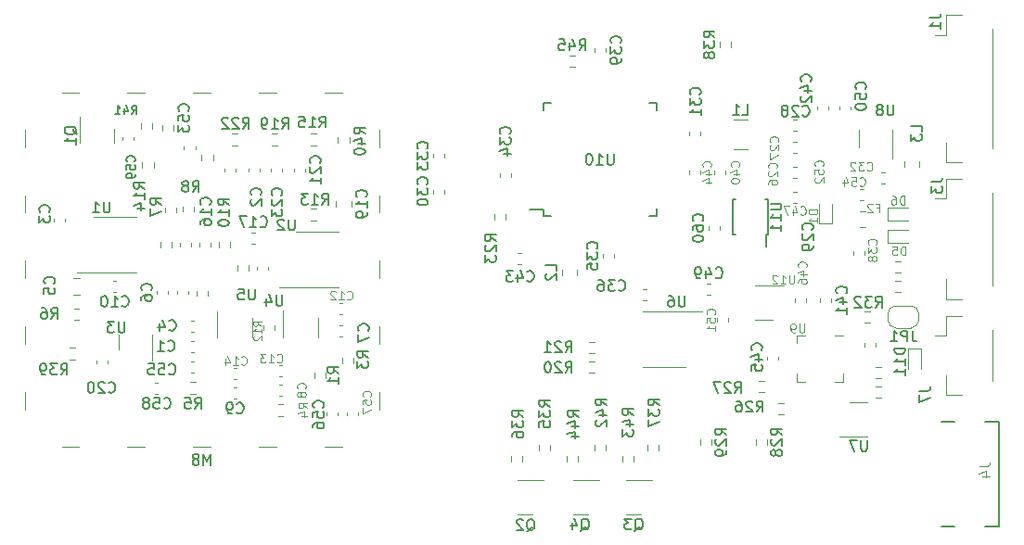
<source format=gbr>
%TF.GenerationSoftware,KiCad,Pcbnew,6.0.4-6f826c9f35~116~ubuntu20.04.1*%
%TF.CreationDate,2022-05-23T14:27:53+00:00*%
%TF.ProjectId,USTSIPIN02A,55535453-4950-4494-9e30-32412e6b6963,02A*%
%TF.SameCoordinates,Original*%
%TF.FileFunction,Legend,Bot*%
%TF.FilePolarity,Positive*%
%FSLAX46Y46*%
G04 Gerber Fmt 4.6, Leading zero omitted, Abs format (unit mm)*
G04 Created by KiCad (PCBNEW 6.0.4-6f826c9f35~116~ubuntu20.04.1) date 2022-05-23 14:27:53*
%MOMM*%
%LPD*%
G01*
G04 APERTURE LIST*
%ADD10C,0.150000*%
%ADD11C,0.100000*%
%ADD12C,0.015000*%
%ADD13C,0.120000*%
%ADD14C,0.200000*%
G04 APERTURE END LIST*
D10*
%TO.C,C20*%
X108515198Y-110154069D02*
X108562817Y-110201688D01*
X108705674Y-110249307D01*
X108800912Y-110249307D01*
X108943769Y-110201688D01*
X109039007Y-110106450D01*
X109086626Y-110011212D01*
X109134245Y-109820736D01*
X109134245Y-109677879D01*
X109086626Y-109487403D01*
X109039007Y-109392165D01*
X108943769Y-109296927D01*
X108800912Y-109249307D01*
X108705674Y-109249307D01*
X108562817Y-109296927D01*
X108515198Y-109344546D01*
X108134245Y-109344546D02*
X108086626Y-109296927D01*
X107991388Y-109249307D01*
X107753293Y-109249307D01*
X107658055Y-109296927D01*
X107610436Y-109344546D01*
X107562817Y-109439784D01*
X107562817Y-109535022D01*
X107610436Y-109677879D01*
X108181864Y-110249307D01*
X107562817Y-110249307D01*
X106943769Y-109249307D02*
X106848531Y-109249307D01*
X106753293Y-109296927D01*
X106705674Y-109344546D01*
X106658055Y-109439784D01*
X106610436Y-109630260D01*
X106610436Y-109868355D01*
X106658055Y-110058831D01*
X106705674Y-110154069D01*
X106753293Y-110201688D01*
X106848531Y-110249307D01*
X106943769Y-110249307D01*
X107039007Y-110201688D01*
X107086626Y-110154069D01*
X107134245Y-110058831D01*
X107181864Y-109868355D01*
X107181864Y-109630260D01*
X107134245Y-109439784D01*
X107086626Y-109344546D01*
X107039007Y-109296927D01*
X106943769Y-109249307D01*
%TO.C,C1*%
X113939007Y-106354069D02*
X113986626Y-106401688D01*
X114129483Y-106449307D01*
X114224721Y-106449307D01*
X114367579Y-106401688D01*
X114462817Y-106306450D01*
X114510436Y-106211212D01*
X114558055Y-106020736D01*
X114558055Y-105877879D01*
X114510436Y-105687403D01*
X114462817Y-105592165D01*
X114367579Y-105496927D01*
X114224721Y-105449307D01*
X114129483Y-105449307D01*
X113986626Y-105496927D01*
X113939007Y-105544546D01*
X112986626Y-106449307D02*
X113558055Y-106449307D01*
X113272341Y-106449307D02*
X113272341Y-105449307D01*
X113367579Y-105592165D01*
X113462817Y-105687403D01*
X113558055Y-105735022D01*
%TO.C,C3*%
X103079483Y-93730260D02*
X103127102Y-93682641D01*
X103174721Y-93539784D01*
X103174721Y-93444546D01*
X103127102Y-93301688D01*
X103031864Y-93206450D01*
X102936626Y-93158831D01*
X102746150Y-93111212D01*
X102603293Y-93111212D01*
X102412817Y-93158831D01*
X102317579Y-93206450D01*
X102222341Y-93301688D01*
X102174721Y-93444546D01*
X102174721Y-93539784D01*
X102222341Y-93682641D01*
X102269960Y-93730260D01*
X102174721Y-94063593D02*
X102174721Y-94682641D01*
X102555674Y-94349307D01*
X102555674Y-94492165D01*
X102603293Y-94587403D01*
X102650912Y-94635022D01*
X102746150Y-94682641D01*
X102984245Y-94682641D01*
X103079483Y-94635022D01*
X103127102Y-94587403D01*
X103174721Y-94492165D01*
X103174721Y-94206450D01*
X103127102Y-94111212D01*
X103079483Y-94063593D01*
%TO.C,C4*%
X114039007Y-104504069D02*
X114086626Y-104551688D01*
X114229483Y-104599307D01*
X114324721Y-104599307D01*
X114467579Y-104551688D01*
X114562817Y-104456450D01*
X114610436Y-104361212D01*
X114658055Y-104170736D01*
X114658055Y-104027879D01*
X114610436Y-103837403D01*
X114562817Y-103742165D01*
X114467579Y-103646927D01*
X114324721Y-103599307D01*
X114229483Y-103599307D01*
X114086626Y-103646927D01*
X114039007Y-103694546D01*
X113181864Y-103932641D02*
X113181864Y-104599307D01*
X113419960Y-103551688D02*
X113658055Y-104265974D01*
X113039007Y-104265974D01*
%TO.C,C5*%
X103529483Y-100280260D02*
X103577102Y-100232641D01*
X103624721Y-100089784D01*
X103624721Y-99994546D01*
X103577102Y-99851688D01*
X103481864Y-99756450D01*
X103386626Y-99708831D01*
X103196150Y-99661212D01*
X103053293Y-99661212D01*
X102862817Y-99708831D01*
X102767579Y-99756450D01*
X102672341Y-99851688D01*
X102624721Y-99994546D01*
X102624721Y-100089784D01*
X102672341Y-100232641D01*
X102719960Y-100280260D01*
X102624721Y-101185022D02*
X102624721Y-100708831D01*
X103100912Y-100661212D01*
X103053293Y-100708831D01*
X103005674Y-100804069D01*
X103005674Y-101042165D01*
X103053293Y-101137403D01*
X103100912Y-101185022D01*
X103196150Y-101232641D01*
X103434245Y-101232641D01*
X103529483Y-101185022D01*
X103577102Y-101137403D01*
X103624721Y-101042165D01*
X103624721Y-100804069D01*
X103577102Y-100708831D01*
X103529483Y-100661212D01*
%TO.C,C6*%
X112380683Y-100913060D02*
X112428302Y-100865441D01*
X112475921Y-100722584D01*
X112475921Y-100627346D01*
X112428302Y-100484488D01*
X112333064Y-100389250D01*
X112237826Y-100341631D01*
X112047350Y-100294012D01*
X111904493Y-100294012D01*
X111714017Y-100341631D01*
X111618779Y-100389250D01*
X111523541Y-100484488D01*
X111475921Y-100627346D01*
X111475921Y-100722584D01*
X111523541Y-100865441D01*
X111571160Y-100913060D01*
X111475921Y-101770203D02*
X111475921Y-101579727D01*
X111523541Y-101484488D01*
X111571160Y-101436869D01*
X111714017Y-101341631D01*
X111904493Y-101294012D01*
X112285445Y-101294012D01*
X112380683Y-101341631D01*
X112428302Y-101389250D01*
X112475921Y-101484488D01*
X112475921Y-101674965D01*
X112428302Y-101770203D01*
X112380683Y-101817822D01*
X112285445Y-101865441D01*
X112047350Y-101865441D01*
X111952112Y-101817822D01*
X111904493Y-101770203D01*
X111856874Y-101674965D01*
X111856874Y-101484488D01*
X111904493Y-101389250D01*
X111952112Y-101341631D01*
X112047350Y-101294012D01*
%TO.C,C7*%
X132179483Y-104580260D02*
X132227102Y-104532641D01*
X132274721Y-104389784D01*
X132274721Y-104294546D01*
X132227102Y-104151688D01*
X132131864Y-104056450D01*
X132036626Y-104008831D01*
X131846150Y-103961212D01*
X131703293Y-103961212D01*
X131512817Y-104008831D01*
X131417579Y-104056450D01*
X131322341Y-104151688D01*
X131274721Y-104294546D01*
X131274721Y-104389784D01*
X131322341Y-104532641D01*
X131369960Y-104580260D01*
X131274721Y-104913593D02*
X131274721Y-105580260D01*
X132274721Y-105151688D01*
D11*
%TO.C,C8*%
X126458055Y-109863593D02*
X126496150Y-109825498D01*
X126534245Y-109711212D01*
X126534245Y-109635022D01*
X126496150Y-109520736D01*
X126419960Y-109444546D01*
X126343769Y-109406450D01*
X126191388Y-109368355D01*
X126077102Y-109368355D01*
X125924721Y-109406450D01*
X125848531Y-109444546D01*
X125772341Y-109520736D01*
X125734245Y-109635022D01*
X125734245Y-109711212D01*
X125772341Y-109825498D01*
X125810436Y-109863593D01*
X126077102Y-110320736D02*
X126039007Y-110244546D01*
X126000912Y-110206450D01*
X125924721Y-110168355D01*
X125886626Y-110168355D01*
X125810436Y-110206450D01*
X125772341Y-110244546D01*
X125734245Y-110320736D01*
X125734245Y-110473117D01*
X125772341Y-110549307D01*
X125810436Y-110587403D01*
X125886626Y-110625498D01*
X125924721Y-110625498D01*
X126000912Y-110587403D01*
X126039007Y-110549307D01*
X126077102Y-110473117D01*
X126077102Y-110320736D01*
X126115198Y-110244546D01*
X126153293Y-110206450D01*
X126229483Y-110168355D01*
X126381864Y-110168355D01*
X126458055Y-110206450D01*
X126496150Y-110244546D01*
X126534245Y-110320736D01*
X126534245Y-110473117D01*
X126496150Y-110549307D01*
X126458055Y-110587403D01*
X126381864Y-110625498D01*
X126229483Y-110625498D01*
X126153293Y-110587403D01*
X126115198Y-110549307D01*
X126077102Y-110473117D01*
D10*
%TO.C,C9*%
X120224207Y-112061669D02*
X120271826Y-112109288D01*
X120414683Y-112156907D01*
X120509921Y-112156907D01*
X120652779Y-112109288D01*
X120748017Y-112014050D01*
X120795636Y-111918812D01*
X120843255Y-111728336D01*
X120843255Y-111585479D01*
X120795636Y-111395003D01*
X120748017Y-111299765D01*
X120652779Y-111204527D01*
X120509921Y-111156907D01*
X120414683Y-111156907D01*
X120271826Y-111204527D01*
X120224207Y-111252146D01*
X119748017Y-112156907D02*
X119557541Y-112156907D01*
X119462302Y-112109288D01*
X119414683Y-112061669D01*
X119319445Y-111918812D01*
X119271826Y-111728336D01*
X119271826Y-111347384D01*
X119319445Y-111252146D01*
X119367064Y-111204527D01*
X119462302Y-111156907D01*
X119652779Y-111156907D01*
X119748017Y-111204527D01*
X119795636Y-111252146D01*
X119843255Y-111347384D01*
X119843255Y-111585479D01*
X119795636Y-111680717D01*
X119748017Y-111728336D01*
X119652779Y-111775955D01*
X119462302Y-111775955D01*
X119367064Y-111728336D01*
X119319445Y-111680717D01*
X119271826Y-111585479D01*
%TO.C,C10*%
X109735198Y-102304069D02*
X109782817Y-102351688D01*
X109925674Y-102399307D01*
X110020912Y-102399307D01*
X110163769Y-102351688D01*
X110259007Y-102256450D01*
X110306626Y-102161212D01*
X110354245Y-101970736D01*
X110354245Y-101827879D01*
X110306626Y-101637403D01*
X110259007Y-101542165D01*
X110163769Y-101446927D01*
X110020912Y-101399307D01*
X109925674Y-101399307D01*
X109782817Y-101446927D01*
X109735198Y-101494546D01*
X108782817Y-102399307D02*
X109354245Y-102399307D01*
X109068531Y-102399307D02*
X109068531Y-101399307D01*
X109163769Y-101542165D01*
X109259007Y-101637403D01*
X109354245Y-101685022D01*
X108163769Y-101399307D02*
X108068531Y-101399307D01*
X107973293Y-101446927D01*
X107925674Y-101494546D01*
X107878055Y-101589784D01*
X107830436Y-101780260D01*
X107830436Y-102018355D01*
X107878055Y-102208831D01*
X107925674Y-102304069D01*
X107973293Y-102351688D01*
X108068531Y-102399307D01*
X108163769Y-102399307D01*
X108259007Y-102351688D01*
X108306626Y-102304069D01*
X108354245Y-102208831D01*
X108401864Y-102018355D01*
X108401864Y-101780260D01*
X108354245Y-101589784D01*
X108306626Y-101494546D01*
X108259007Y-101446927D01*
X108163769Y-101399307D01*
D11*
%TO.C,C12*%
X130286626Y-101682641D02*
X130324721Y-101720736D01*
X130439007Y-101758831D01*
X130515198Y-101758831D01*
X130629483Y-101720736D01*
X130705674Y-101644546D01*
X130743769Y-101568355D01*
X130781864Y-101415974D01*
X130781864Y-101301688D01*
X130743769Y-101149307D01*
X130705674Y-101073117D01*
X130629483Y-100996927D01*
X130515198Y-100958831D01*
X130439007Y-100958831D01*
X130324721Y-100996927D01*
X130286626Y-101035022D01*
X129524721Y-101758831D02*
X129981864Y-101758831D01*
X129753293Y-101758831D02*
X129753293Y-100958831D01*
X129829483Y-101073117D01*
X129905674Y-101149307D01*
X129981864Y-101187403D01*
X129219960Y-101035022D02*
X129181864Y-100996927D01*
X129105674Y-100958831D01*
X128915198Y-100958831D01*
X128839007Y-100996927D01*
X128800912Y-101035022D01*
X128762817Y-101111212D01*
X128762817Y-101187403D01*
X128800912Y-101301688D01*
X129258055Y-101758831D01*
X128762817Y-101758831D01*
%TO.C,C13*%
X123886626Y-107432641D02*
X123924721Y-107470736D01*
X124039007Y-107508831D01*
X124115198Y-107508831D01*
X124229483Y-107470736D01*
X124305674Y-107394546D01*
X124343769Y-107318355D01*
X124381864Y-107165974D01*
X124381864Y-107051688D01*
X124343769Y-106899307D01*
X124305674Y-106823117D01*
X124229483Y-106746927D01*
X124115198Y-106708831D01*
X124039007Y-106708831D01*
X123924721Y-106746927D01*
X123886626Y-106785022D01*
X123124721Y-107508831D02*
X123581864Y-107508831D01*
X123353293Y-107508831D02*
X123353293Y-106708831D01*
X123429483Y-106823117D01*
X123505674Y-106899307D01*
X123581864Y-106937403D01*
X122858055Y-106708831D02*
X122362817Y-106708831D01*
X122629483Y-107013593D01*
X122515198Y-107013593D01*
X122439007Y-107051688D01*
X122400912Y-107089784D01*
X122362817Y-107165974D01*
X122362817Y-107356450D01*
X122400912Y-107432641D01*
X122439007Y-107470736D01*
X122515198Y-107508831D01*
X122743769Y-107508831D01*
X122819960Y-107470736D01*
X122858055Y-107432641D01*
%TO.C,C14*%
X120636626Y-107632641D02*
X120674721Y-107670736D01*
X120789007Y-107708831D01*
X120865198Y-107708831D01*
X120979483Y-107670736D01*
X121055674Y-107594546D01*
X121093769Y-107518355D01*
X121131864Y-107365974D01*
X121131864Y-107251688D01*
X121093769Y-107099307D01*
X121055674Y-107023117D01*
X120979483Y-106946927D01*
X120865198Y-106908831D01*
X120789007Y-106908831D01*
X120674721Y-106946927D01*
X120636626Y-106985022D01*
X119874721Y-107708831D02*
X120331864Y-107708831D01*
X120103293Y-107708831D02*
X120103293Y-106908831D01*
X120179483Y-107023117D01*
X120255674Y-107099307D01*
X120331864Y-107137403D01*
X119189007Y-107175498D02*
X119189007Y-107708831D01*
X119379483Y-106870736D02*
X119569960Y-107442165D01*
X119074721Y-107442165D01*
D10*
%TO.C,C16*%
X117779483Y-93054069D02*
X117827102Y-93006450D01*
X117874721Y-92863593D01*
X117874721Y-92768355D01*
X117827102Y-92625498D01*
X117731864Y-92530260D01*
X117636626Y-92482641D01*
X117446150Y-92435022D01*
X117303293Y-92435022D01*
X117112817Y-92482641D01*
X117017579Y-92530260D01*
X116922341Y-92625498D01*
X116874721Y-92768355D01*
X116874721Y-92863593D01*
X116922341Y-93006450D01*
X116969960Y-93054069D01*
X117874721Y-94006450D02*
X117874721Y-93435022D01*
X117874721Y-93720736D02*
X116874721Y-93720736D01*
X117017579Y-93625498D01*
X117112817Y-93530260D01*
X117160436Y-93435022D01*
X116874721Y-94863593D02*
X116874721Y-94673117D01*
X116922341Y-94577879D01*
X116969960Y-94530260D01*
X117112817Y-94435022D01*
X117303293Y-94387403D01*
X117684245Y-94387403D01*
X117779483Y-94435022D01*
X117827102Y-94482641D01*
X117874721Y-94577879D01*
X117874721Y-94768355D01*
X117827102Y-94863593D01*
X117779483Y-94911212D01*
X117684245Y-94958831D01*
X117446150Y-94958831D01*
X117350912Y-94911212D01*
X117303293Y-94863593D01*
X117255674Y-94768355D01*
X117255674Y-94577879D01*
X117303293Y-94482641D01*
X117350912Y-94435022D01*
X117446150Y-94387403D01*
%TO.C,C17*%
X122376798Y-95028469D02*
X122424417Y-95076088D01*
X122567274Y-95123707D01*
X122662512Y-95123707D01*
X122805369Y-95076088D01*
X122900607Y-94980850D01*
X122948226Y-94885612D01*
X122995845Y-94695136D01*
X122995845Y-94552279D01*
X122948226Y-94361803D01*
X122900607Y-94266565D01*
X122805369Y-94171327D01*
X122662512Y-94123707D01*
X122567274Y-94123707D01*
X122424417Y-94171327D01*
X122376798Y-94218946D01*
X121424417Y-95123707D02*
X121995845Y-95123707D01*
X121710131Y-95123707D02*
X121710131Y-94123707D01*
X121805369Y-94266565D01*
X121900607Y-94361803D01*
X121995845Y-94409422D01*
X121091083Y-94123707D02*
X120424417Y-94123707D01*
X120852988Y-95123707D01*
%TO.C,C19*%
X132000683Y-92359669D02*
X132048302Y-92312050D01*
X132095921Y-92169193D01*
X132095921Y-92073955D01*
X132048302Y-91931098D01*
X131953064Y-91835860D01*
X131857826Y-91788241D01*
X131667350Y-91740622D01*
X131524493Y-91740622D01*
X131334017Y-91788241D01*
X131238779Y-91835860D01*
X131143541Y-91931098D01*
X131095921Y-92073955D01*
X131095921Y-92169193D01*
X131143541Y-92312050D01*
X131191160Y-92359669D01*
X132095921Y-93312050D02*
X132095921Y-92740622D01*
X132095921Y-93026336D02*
X131095921Y-93026336D01*
X131238779Y-92931098D01*
X131334017Y-92835860D01*
X131381636Y-92740622D01*
X132095921Y-93788241D02*
X132095921Y-93978717D01*
X132048302Y-94073955D01*
X132000683Y-94121574D01*
X131857826Y-94216812D01*
X131667350Y-94264431D01*
X131286398Y-94264431D01*
X131191160Y-94216812D01*
X131143541Y-94169193D01*
X131095921Y-94073955D01*
X131095921Y-93883479D01*
X131143541Y-93788241D01*
X131191160Y-93740622D01*
X131286398Y-93693003D01*
X131524493Y-93693003D01*
X131619731Y-93740622D01*
X131667350Y-93788241D01*
X131714969Y-93883479D01*
X131714969Y-94073955D01*
X131667350Y-94169193D01*
X131619731Y-94216812D01*
X131524493Y-94264431D01*
%TO.C,R3*%
X132224721Y-107030260D02*
X131748531Y-106696927D01*
X132224721Y-106458831D02*
X131224721Y-106458831D01*
X131224721Y-106839784D01*
X131272341Y-106935022D01*
X131319960Y-106982641D01*
X131415198Y-107030260D01*
X131558055Y-107030260D01*
X131653293Y-106982641D01*
X131700912Y-106935022D01*
X131748531Y-106839784D01*
X131748531Y-106458831D01*
X131224721Y-107363593D02*
X131224721Y-107982641D01*
X131605674Y-107649307D01*
X131605674Y-107792165D01*
X131653293Y-107887403D01*
X131700912Y-107935022D01*
X131796150Y-107982641D01*
X132034245Y-107982641D01*
X132129483Y-107935022D01*
X132177102Y-107887403D01*
X132224721Y-107792165D01*
X132224721Y-107506450D01*
X132177102Y-107411212D01*
X132129483Y-107363593D01*
D11*
%TO.C,R4*%
X126634245Y-111663593D02*
X126253293Y-111396927D01*
X126634245Y-111206450D02*
X125834245Y-111206450D01*
X125834245Y-111511212D01*
X125872341Y-111587403D01*
X125910436Y-111625498D01*
X125986626Y-111663593D01*
X126100912Y-111663593D01*
X126177102Y-111625498D01*
X126215198Y-111587403D01*
X126253293Y-111511212D01*
X126253293Y-111206450D01*
X126100912Y-112349307D02*
X126634245Y-112349307D01*
X125796150Y-112158831D02*
X126367579Y-111968355D01*
X126367579Y-112463593D01*
D10*
%TO.C,R5*%
X116389007Y-111699307D02*
X116722341Y-111223117D01*
X116960436Y-111699307D02*
X116960436Y-110699307D01*
X116579483Y-110699307D01*
X116484245Y-110746927D01*
X116436626Y-110794546D01*
X116389007Y-110889784D01*
X116389007Y-111032641D01*
X116436626Y-111127879D01*
X116484245Y-111175498D01*
X116579483Y-111223117D01*
X116960436Y-111223117D01*
X115484245Y-110699307D02*
X115960436Y-110699307D01*
X116008055Y-111175498D01*
X115960436Y-111127879D01*
X115865198Y-111080260D01*
X115627102Y-111080260D01*
X115531864Y-111127879D01*
X115484245Y-111175498D01*
X115436626Y-111270736D01*
X115436626Y-111508831D01*
X115484245Y-111604069D01*
X115531864Y-111651688D01*
X115627102Y-111699307D01*
X115865198Y-111699307D01*
X115960436Y-111651688D01*
X116008055Y-111604069D01*
%TO.C,R6*%
X103289007Y-103499307D02*
X103622341Y-103023117D01*
X103860436Y-103499307D02*
X103860436Y-102499307D01*
X103479483Y-102499307D01*
X103384245Y-102546927D01*
X103336626Y-102594546D01*
X103289007Y-102689784D01*
X103289007Y-102832641D01*
X103336626Y-102927879D01*
X103384245Y-102975498D01*
X103479483Y-103023117D01*
X103860436Y-103023117D01*
X102431864Y-102499307D02*
X102622341Y-102499307D01*
X102717579Y-102546927D01*
X102765198Y-102594546D01*
X102860436Y-102737403D01*
X102908055Y-102927879D01*
X102908055Y-103308831D01*
X102860436Y-103404069D01*
X102812817Y-103451688D01*
X102717579Y-103499307D01*
X102527102Y-103499307D01*
X102431864Y-103451688D01*
X102384245Y-103404069D01*
X102336626Y-103308831D01*
X102336626Y-103070736D01*
X102384245Y-102975498D01*
X102431864Y-102927879D01*
X102527102Y-102880260D01*
X102717579Y-102880260D01*
X102812817Y-102927879D01*
X102860436Y-102975498D01*
X102908055Y-103070736D01*
%TO.C,R7*%
X113324721Y-93080260D02*
X112848531Y-92746927D01*
X113324721Y-92508831D02*
X112324721Y-92508831D01*
X112324721Y-92889784D01*
X112372341Y-92985022D01*
X112419960Y-93032641D01*
X112515198Y-93080260D01*
X112658055Y-93080260D01*
X112753293Y-93032641D01*
X112800912Y-92985022D01*
X112848531Y-92889784D01*
X112848531Y-92508831D01*
X112324721Y-93413593D02*
X112324721Y-94080260D01*
X113324721Y-93651688D01*
%TO.C,R8*%
X116189007Y-91899307D02*
X116522341Y-91423117D01*
X116760436Y-91899307D02*
X116760436Y-90899307D01*
X116379483Y-90899307D01*
X116284245Y-90946927D01*
X116236626Y-90994546D01*
X116189007Y-91089784D01*
X116189007Y-91232641D01*
X116236626Y-91327879D01*
X116284245Y-91375498D01*
X116379483Y-91423117D01*
X116760436Y-91423117D01*
X115617579Y-91327879D02*
X115712817Y-91280260D01*
X115760436Y-91232641D01*
X115808055Y-91137403D01*
X115808055Y-91089784D01*
X115760436Y-90994546D01*
X115712817Y-90946927D01*
X115617579Y-90899307D01*
X115427102Y-90899307D01*
X115331864Y-90946927D01*
X115284245Y-90994546D01*
X115236626Y-91089784D01*
X115236626Y-91137403D01*
X115284245Y-91232641D01*
X115331864Y-91280260D01*
X115427102Y-91327879D01*
X115617579Y-91327879D01*
X115712817Y-91375498D01*
X115760436Y-91423117D01*
X115808055Y-91518355D01*
X115808055Y-91708831D01*
X115760436Y-91804069D01*
X115712817Y-91851688D01*
X115617579Y-91899307D01*
X115427102Y-91899307D01*
X115331864Y-91851688D01*
X115284245Y-91804069D01*
X115236626Y-91708831D01*
X115236626Y-91518355D01*
X115284245Y-91423117D01*
X115331864Y-91375498D01*
X115427102Y-91327879D01*
%TO.C,R10*%
X119524721Y-93104069D02*
X119048531Y-92770736D01*
X119524721Y-92532641D02*
X118524721Y-92532641D01*
X118524721Y-92913593D01*
X118572341Y-93008831D01*
X118619960Y-93056450D01*
X118715198Y-93104069D01*
X118858055Y-93104069D01*
X118953293Y-93056450D01*
X119000912Y-93008831D01*
X119048531Y-92913593D01*
X119048531Y-92532641D01*
X119524721Y-94056450D02*
X119524721Y-93485022D01*
X119524721Y-93770736D02*
X118524721Y-93770736D01*
X118667579Y-93675498D01*
X118762817Y-93580260D01*
X118810436Y-93485022D01*
X118524721Y-94675498D02*
X118524721Y-94770736D01*
X118572341Y-94865974D01*
X118619960Y-94913593D01*
X118715198Y-94961212D01*
X118905674Y-95008831D01*
X119143769Y-95008831D01*
X119334245Y-94961212D01*
X119429483Y-94913593D01*
X119477102Y-94865974D01*
X119524721Y-94770736D01*
X119524721Y-94675498D01*
X119477102Y-94580260D01*
X119429483Y-94532641D01*
X119334245Y-94485022D01*
X119143769Y-94437403D01*
X118905674Y-94437403D01*
X118715198Y-94485022D01*
X118619960Y-94532641D01*
X118572341Y-94580260D01*
X118524721Y-94675498D01*
D11*
%TO.C,R12*%
X122457007Y-104134927D02*
X122123674Y-103901593D01*
X122457007Y-103734927D02*
X121757007Y-103734927D01*
X121757007Y-104001593D01*
X121790341Y-104068260D01*
X121823674Y-104101593D01*
X121890341Y-104134927D01*
X121990341Y-104134927D01*
X122057007Y-104101593D01*
X122090341Y-104068260D01*
X122123674Y-104001593D01*
X122123674Y-103734927D01*
X122457007Y-104801593D02*
X122457007Y-104401593D01*
X122457007Y-104601593D02*
X121757007Y-104601593D01*
X121857007Y-104534927D01*
X121923674Y-104468260D01*
X121957007Y-104401593D01*
X121823674Y-105068260D02*
X121790341Y-105101593D01*
X121757007Y-105168260D01*
X121757007Y-105334927D01*
X121790341Y-105401593D01*
X121823674Y-105434927D01*
X121890341Y-105468260D01*
X121957007Y-105468260D01*
X122057007Y-105434927D01*
X122457007Y-105034927D01*
X122457007Y-105468260D01*
D10*
%TO.C,R13*%
X128015198Y-93049307D02*
X128348531Y-92573117D01*
X128586626Y-93049307D02*
X128586626Y-92049307D01*
X128205674Y-92049307D01*
X128110436Y-92096927D01*
X128062817Y-92144546D01*
X128015198Y-92239784D01*
X128015198Y-92382641D01*
X128062817Y-92477879D01*
X128110436Y-92525498D01*
X128205674Y-92573117D01*
X128586626Y-92573117D01*
X127062817Y-93049307D02*
X127634245Y-93049307D01*
X127348531Y-93049307D02*
X127348531Y-92049307D01*
X127443769Y-92192165D01*
X127539007Y-92287403D01*
X127634245Y-92335022D01*
X126729483Y-92049307D02*
X126110436Y-92049307D01*
X126443769Y-92430260D01*
X126300912Y-92430260D01*
X126205674Y-92477879D01*
X126158055Y-92525498D01*
X126110436Y-92620736D01*
X126110436Y-92858831D01*
X126158055Y-92954069D01*
X126205674Y-93001688D01*
X126300912Y-93049307D01*
X126586626Y-93049307D01*
X126681864Y-93001688D01*
X126729483Y-92954069D01*
%TO.C,U1*%
X108634245Y-92799307D02*
X108634245Y-93608831D01*
X108586626Y-93704069D01*
X108539007Y-93751688D01*
X108443769Y-93799307D01*
X108253293Y-93799307D01*
X108158055Y-93751688D01*
X108110436Y-93704069D01*
X108062817Y-93608831D01*
X108062817Y-92799307D01*
X107062817Y-93799307D02*
X107634245Y-93799307D01*
X107348531Y-93799307D02*
X107348531Y-92799307D01*
X107443769Y-92942165D01*
X107539007Y-93037403D01*
X107634245Y-93085022D01*
%TO.C,U4*%
X124384245Y-101299307D02*
X124384245Y-102108831D01*
X124336626Y-102204069D01*
X124289007Y-102251688D01*
X124193769Y-102299307D01*
X124003293Y-102299307D01*
X123908055Y-102251688D01*
X123860436Y-102204069D01*
X123812817Y-102108831D01*
X123812817Y-101299307D01*
X122908055Y-101632641D02*
X122908055Y-102299307D01*
X123146150Y-101251688D02*
X123384245Y-101965974D01*
X122765198Y-101965974D01*
%TO.C,U5*%
X121884245Y-100749307D02*
X121884245Y-101558831D01*
X121836626Y-101654069D01*
X121789007Y-101701688D01*
X121693769Y-101749307D01*
X121503293Y-101749307D01*
X121408055Y-101701688D01*
X121360436Y-101654069D01*
X121312817Y-101558831D01*
X121312817Y-100749307D01*
X120360436Y-100749307D02*
X120836626Y-100749307D01*
X120884245Y-101225498D01*
X120836626Y-101177879D01*
X120741388Y-101130260D01*
X120503293Y-101130260D01*
X120408055Y-101177879D01*
X120360436Y-101225498D01*
X120312817Y-101320736D01*
X120312817Y-101558831D01*
X120360436Y-101654069D01*
X120408055Y-101701688D01*
X120503293Y-101749307D01*
X120741388Y-101749307D01*
X120836626Y-101701688D01*
X120884245Y-101654069D01*
%TO.C,U2*%
X125534245Y-94399307D02*
X125534245Y-95208831D01*
X125486626Y-95304069D01*
X125439007Y-95351688D01*
X125343769Y-95399307D01*
X125153293Y-95399307D01*
X125058055Y-95351688D01*
X125010436Y-95304069D01*
X124962817Y-95208831D01*
X124962817Y-94399307D01*
X124534245Y-94494546D02*
X124486626Y-94446927D01*
X124391388Y-94399307D01*
X124153293Y-94399307D01*
X124058055Y-94446927D01*
X124010436Y-94494546D01*
X123962817Y-94589784D01*
X123962817Y-94685022D01*
X124010436Y-94827879D01*
X124581864Y-95399307D01*
X123962817Y-95399307D01*
%TO.C,R1*%
X129524721Y-108480260D02*
X129048531Y-108146927D01*
X129524721Y-107908831D02*
X128524721Y-107908831D01*
X128524721Y-108289784D01*
X128572341Y-108385022D01*
X128619960Y-108432641D01*
X128715198Y-108480260D01*
X128858055Y-108480260D01*
X128953293Y-108432641D01*
X129000912Y-108385022D01*
X129048531Y-108289784D01*
X129048531Y-107908831D01*
X129524721Y-109432641D02*
X129524721Y-108861212D01*
X129524721Y-109146927D02*
X128524721Y-109146927D01*
X128667579Y-109051688D01*
X128762817Y-108956450D01*
X128810436Y-108861212D01*
%TO.C,C2*%
X122379483Y-92180260D02*
X122427102Y-92132641D01*
X122474721Y-91989784D01*
X122474721Y-91894546D01*
X122427102Y-91751688D01*
X122331864Y-91656450D01*
X122236626Y-91608831D01*
X122046150Y-91561212D01*
X121903293Y-91561212D01*
X121712817Y-91608831D01*
X121617579Y-91656450D01*
X121522341Y-91751688D01*
X121474721Y-91894546D01*
X121474721Y-91989784D01*
X121522341Y-92132641D01*
X121569960Y-92180260D01*
X121569960Y-92561212D02*
X121522341Y-92608831D01*
X121474721Y-92704069D01*
X121474721Y-92942165D01*
X121522341Y-93037403D01*
X121569960Y-93085022D01*
X121665198Y-93132641D01*
X121760436Y-93132641D01*
X121903293Y-93085022D01*
X122474721Y-92513593D01*
X122474721Y-93132641D01*
%TO.C,U3*%
X109984245Y-103749307D02*
X109984245Y-104558831D01*
X109936626Y-104654069D01*
X109889007Y-104701688D01*
X109793769Y-104749307D01*
X109603293Y-104749307D01*
X109508055Y-104701688D01*
X109460436Y-104654069D01*
X109412817Y-104558831D01*
X109412817Y-103749307D01*
X109031864Y-103749307D02*
X108412817Y-103749307D01*
X108746150Y-104130260D01*
X108603293Y-104130260D01*
X108508055Y-104177879D01*
X108460436Y-104225498D01*
X108412817Y-104320736D01*
X108412817Y-104558831D01*
X108460436Y-104654069D01*
X108508055Y-104701688D01*
X108603293Y-104749307D01*
X108889007Y-104749307D01*
X108984245Y-104701688D01*
X109031864Y-104654069D01*
%TO.C,C21*%
X127779483Y-89254069D02*
X127827102Y-89206450D01*
X127874721Y-89063593D01*
X127874721Y-88968355D01*
X127827102Y-88825498D01*
X127731864Y-88730260D01*
X127636626Y-88682641D01*
X127446150Y-88635022D01*
X127303293Y-88635022D01*
X127112817Y-88682641D01*
X127017579Y-88730260D01*
X126922341Y-88825498D01*
X126874721Y-88968355D01*
X126874721Y-89063593D01*
X126922341Y-89206450D01*
X126969960Y-89254069D01*
X126969960Y-89635022D02*
X126922341Y-89682641D01*
X126874721Y-89777879D01*
X126874721Y-90015974D01*
X126922341Y-90111212D01*
X126969960Y-90158831D01*
X127065198Y-90206450D01*
X127160436Y-90206450D01*
X127303293Y-90158831D01*
X127874721Y-89587403D01*
X127874721Y-90206450D01*
X127874721Y-91158831D02*
X127874721Y-90587403D01*
X127874721Y-90873117D02*
X126874721Y-90873117D01*
X127017579Y-90777879D01*
X127112817Y-90682641D01*
X127160436Y-90587403D01*
D11*
%TO.C,F2*%
X178639007Y-93339784D02*
X178905674Y-93339784D01*
X178905674Y-93758831D02*
X178905674Y-92958831D01*
X178524721Y-92958831D01*
X178258055Y-93035022D02*
X178219960Y-92996927D01*
X178143769Y-92958831D01*
X177953293Y-92958831D01*
X177877102Y-92996927D01*
X177839007Y-93035022D01*
X177800912Y-93111212D01*
X177800912Y-93187403D01*
X177839007Y-93301688D01*
X178296150Y-93758831D01*
X177800912Y-93758831D01*
D10*
%TO.C,L3*%
X182724721Y-86380260D02*
X182724721Y-85904069D01*
X181724721Y-85904069D01*
X181724721Y-86618355D02*
X181724721Y-87237403D01*
X182105674Y-86904069D01*
X182105674Y-87046927D01*
X182153293Y-87142165D01*
X182200912Y-87189784D01*
X182296150Y-87237403D01*
X182534245Y-87237403D01*
X182629483Y-87189784D01*
X182677102Y-87142165D01*
X182724721Y-87046927D01*
X182724721Y-86761212D01*
X182677102Y-86665974D01*
X182629483Y-86618355D01*
%TO.C,C50*%
X177579483Y-82504069D02*
X177627102Y-82456450D01*
X177674721Y-82313593D01*
X177674721Y-82218355D01*
X177627102Y-82075498D01*
X177531864Y-81980260D01*
X177436626Y-81932641D01*
X177246150Y-81885022D01*
X177103293Y-81885022D01*
X176912817Y-81932641D01*
X176817579Y-81980260D01*
X176722341Y-82075498D01*
X176674721Y-82218355D01*
X176674721Y-82313593D01*
X176722341Y-82456450D01*
X176769960Y-82504069D01*
X176674721Y-83408831D02*
X176674721Y-82932641D01*
X177150912Y-82885022D01*
X177103293Y-82932641D01*
X177055674Y-83027879D01*
X177055674Y-83265974D01*
X177103293Y-83361212D01*
X177150912Y-83408831D01*
X177246150Y-83456450D01*
X177484245Y-83456450D01*
X177579483Y-83408831D01*
X177627102Y-83361212D01*
X177674721Y-83265974D01*
X177674721Y-83027879D01*
X177627102Y-82932641D01*
X177579483Y-82885022D01*
X176674721Y-84075498D02*
X176674721Y-84170736D01*
X176722341Y-84265974D01*
X176769960Y-84313593D01*
X176865198Y-84361212D01*
X177055674Y-84408831D01*
X177293769Y-84408831D01*
X177484245Y-84361212D01*
X177579483Y-84313593D01*
X177627102Y-84265974D01*
X177674721Y-84170736D01*
X177674721Y-84075498D01*
X177627102Y-83980260D01*
X177579483Y-83932641D01*
X177484245Y-83885022D01*
X177293769Y-83837403D01*
X177055674Y-83837403D01*
X176865198Y-83885022D01*
X176769960Y-83932641D01*
X176722341Y-83980260D01*
X176674721Y-84075498D01*
%TO.C,C42*%
X172579483Y-81804069D02*
X172627102Y-81756450D01*
X172674721Y-81613593D01*
X172674721Y-81518355D01*
X172627102Y-81375498D01*
X172531864Y-81280260D01*
X172436626Y-81232641D01*
X172246150Y-81185022D01*
X172103293Y-81185022D01*
X171912817Y-81232641D01*
X171817579Y-81280260D01*
X171722341Y-81375498D01*
X171674721Y-81518355D01*
X171674721Y-81613593D01*
X171722341Y-81756450D01*
X171769960Y-81804069D01*
X172008055Y-82661212D02*
X172674721Y-82661212D01*
X171627102Y-82423117D02*
X172341388Y-82185022D01*
X172341388Y-82804069D01*
X171769960Y-83137403D02*
X171722341Y-83185022D01*
X171674721Y-83280260D01*
X171674721Y-83518355D01*
X171722341Y-83613593D01*
X171769960Y-83661212D01*
X171865198Y-83708831D01*
X171960436Y-83708831D01*
X172103293Y-83661212D01*
X172674721Y-83089784D01*
X172674721Y-83708831D01*
D11*
%TO.C,C52*%
X173708055Y-89532641D02*
X173746150Y-89494546D01*
X173784245Y-89380260D01*
X173784245Y-89304069D01*
X173746150Y-89189784D01*
X173669960Y-89113593D01*
X173593769Y-89075498D01*
X173441388Y-89037403D01*
X173327102Y-89037403D01*
X173174721Y-89075498D01*
X173098531Y-89113593D01*
X173022341Y-89189784D01*
X172984245Y-89304069D01*
X172984245Y-89380260D01*
X173022341Y-89494546D01*
X173060436Y-89532641D01*
X172984245Y-90256450D02*
X172984245Y-89875498D01*
X173365198Y-89837403D01*
X173327102Y-89875498D01*
X173289007Y-89951688D01*
X173289007Y-90142165D01*
X173327102Y-90218355D01*
X173365198Y-90256450D01*
X173441388Y-90294546D01*
X173631864Y-90294546D01*
X173708055Y-90256450D01*
X173746150Y-90218355D01*
X173784245Y-90142165D01*
X173784245Y-89951688D01*
X173746150Y-89875498D01*
X173708055Y-89837403D01*
X173060436Y-90599307D02*
X173022341Y-90637403D01*
X172984245Y-90713593D01*
X172984245Y-90904069D01*
X173022341Y-90980260D01*
X173060436Y-91018355D01*
X173136626Y-91056450D01*
X173212817Y-91056450D01*
X173327102Y-91018355D01*
X173784245Y-90561212D01*
X173784245Y-91056450D01*
%TO.C,C44*%
X163458055Y-89582641D02*
X163496150Y-89544546D01*
X163534245Y-89430260D01*
X163534245Y-89354069D01*
X163496150Y-89239784D01*
X163419960Y-89163593D01*
X163343769Y-89125498D01*
X163191388Y-89087403D01*
X163077102Y-89087403D01*
X162924721Y-89125498D01*
X162848531Y-89163593D01*
X162772341Y-89239784D01*
X162734245Y-89354069D01*
X162734245Y-89430260D01*
X162772341Y-89544546D01*
X162810436Y-89582641D01*
X163000912Y-90268355D02*
X163534245Y-90268355D01*
X162696150Y-90077879D02*
X163267579Y-89887403D01*
X163267579Y-90382641D01*
X163000912Y-91030260D02*
X163534245Y-91030260D01*
X162696150Y-90839784D02*
X163267579Y-90649307D01*
X163267579Y-91144546D01*
%TO.C,C40*%
X166020055Y-89592641D02*
X166058150Y-89554546D01*
X166096245Y-89440260D01*
X166096245Y-89364069D01*
X166058150Y-89249784D01*
X165981960Y-89173593D01*
X165905769Y-89135498D01*
X165753388Y-89097403D01*
X165639102Y-89097403D01*
X165486721Y-89135498D01*
X165410531Y-89173593D01*
X165334341Y-89249784D01*
X165296245Y-89364069D01*
X165296245Y-89440260D01*
X165334341Y-89554546D01*
X165372436Y-89592641D01*
X165562912Y-90278355D02*
X166096245Y-90278355D01*
X165258150Y-90087879D02*
X165829579Y-89897403D01*
X165829579Y-90392641D01*
X165296245Y-90849784D02*
X165296245Y-90925974D01*
X165334341Y-91002165D01*
X165372436Y-91040260D01*
X165448626Y-91078355D01*
X165601007Y-91116450D01*
X165791483Y-91116450D01*
X165943864Y-91078355D01*
X166020055Y-91040260D01*
X166058150Y-91002165D01*
X166096245Y-90925974D01*
X166096245Y-90849784D01*
X166058150Y-90773593D01*
X166020055Y-90735498D01*
X165943864Y-90697403D01*
X165791483Y-90659307D01*
X165601007Y-90659307D01*
X165448626Y-90697403D01*
X165372436Y-90735498D01*
X165334341Y-90773593D01*
X165296245Y-90849784D01*
D10*
%TO.C,C31*%
X162479483Y-83004069D02*
X162527102Y-82956450D01*
X162574721Y-82813593D01*
X162574721Y-82718355D01*
X162527102Y-82575498D01*
X162431864Y-82480260D01*
X162336626Y-82432641D01*
X162146150Y-82385022D01*
X162003293Y-82385022D01*
X161812817Y-82432641D01*
X161717579Y-82480260D01*
X161622341Y-82575498D01*
X161574721Y-82718355D01*
X161574721Y-82813593D01*
X161622341Y-82956450D01*
X161669960Y-83004069D01*
X161574721Y-83337403D02*
X161574721Y-83956450D01*
X161955674Y-83623117D01*
X161955674Y-83765974D01*
X162003293Y-83861212D01*
X162050912Y-83908831D01*
X162146150Y-83956450D01*
X162384245Y-83956450D01*
X162479483Y-83908831D01*
X162527102Y-83861212D01*
X162574721Y-83765974D01*
X162574721Y-83480260D01*
X162527102Y-83385022D01*
X162479483Y-83337403D01*
X162574721Y-84908831D02*
X162574721Y-84337403D01*
X162574721Y-84623117D02*
X161574721Y-84623117D01*
X161717579Y-84527879D01*
X161812817Y-84432641D01*
X161860436Y-84337403D01*
D11*
%TO.C,C27*%
X169608055Y-87332641D02*
X169646150Y-87294546D01*
X169684245Y-87180260D01*
X169684245Y-87104069D01*
X169646150Y-86989784D01*
X169569960Y-86913593D01*
X169493769Y-86875498D01*
X169341388Y-86837403D01*
X169227102Y-86837403D01*
X169074721Y-86875498D01*
X168998531Y-86913593D01*
X168922341Y-86989784D01*
X168884245Y-87104069D01*
X168884245Y-87180260D01*
X168922341Y-87294546D01*
X168960436Y-87332641D01*
X168960436Y-87637403D02*
X168922341Y-87675498D01*
X168884245Y-87751688D01*
X168884245Y-87942165D01*
X168922341Y-88018355D01*
X168960436Y-88056450D01*
X169036626Y-88094546D01*
X169112817Y-88094546D01*
X169227102Y-88056450D01*
X169684245Y-87599307D01*
X169684245Y-88094546D01*
X168884245Y-88361212D02*
X168884245Y-88894546D01*
X169684245Y-88551688D01*
D10*
%TO.C,U8*%
X180184245Y-83899307D02*
X180184245Y-84708831D01*
X180136626Y-84804069D01*
X180089007Y-84851688D01*
X179993769Y-84899307D01*
X179803293Y-84899307D01*
X179708055Y-84851688D01*
X179660436Y-84804069D01*
X179612817Y-84708831D01*
X179612817Y-83899307D01*
X178993769Y-84327879D02*
X179089007Y-84280260D01*
X179136626Y-84232641D01*
X179184245Y-84137403D01*
X179184245Y-84089784D01*
X179136626Y-83994546D01*
X179089007Y-83946927D01*
X178993769Y-83899307D01*
X178803293Y-83899307D01*
X178708055Y-83946927D01*
X178660436Y-83994546D01*
X178612817Y-84089784D01*
X178612817Y-84137403D01*
X178660436Y-84232641D01*
X178708055Y-84280260D01*
X178803293Y-84327879D01*
X178993769Y-84327879D01*
X179089007Y-84375498D01*
X179136626Y-84423117D01*
X179184245Y-84518355D01*
X179184245Y-84708831D01*
X179136626Y-84804069D01*
X179089007Y-84851688D01*
X178993769Y-84899307D01*
X178803293Y-84899307D01*
X178708055Y-84851688D01*
X178660436Y-84804069D01*
X178612817Y-84708831D01*
X178612817Y-84518355D01*
X178660436Y-84423117D01*
X178708055Y-84375498D01*
X178803293Y-84327879D01*
%TO.C,U10*%
X154620436Y-88416307D02*
X154620436Y-89225831D01*
X154572817Y-89321069D01*
X154525198Y-89368688D01*
X154429960Y-89416307D01*
X154239483Y-89416307D01*
X154144245Y-89368688D01*
X154096626Y-89321069D01*
X154049007Y-89225831D01*
X154049007Y-88416307D01*
X153049007Y-89416307D02*
X153620436Y-89416307D01*
X153334721Y-89416307D02*
X153334721Y-88416307D01*
X153429960Y-88559165D01*
X153525198Y-88654403D01*
X153620436Y-88702022D01*
X152429960Y-88416307D02*
X152334721Y-88416307D01*
X152239483Y-88463927D01*
X152191864Y-88511546D01*
X152144245Y-88606784D01*
X152096626Y-88797260D01*
X152096626Y-89035355D01*
X152144245Y-89225831D01*
X152191864Y-89321069D01*
X152239483Y-89368688D01*
X152334721Y-89416307D01*
X152429960Y-89416307D01*
X152525198Y-89368688D01*
X152572817Y-89321069D01*
X152620436Y-89225831D01*
X152668055Y-89035355D01*
X152668055Y-88797260D01*
X152620436Y-88606784D01*
X152572817Y-88511546D01*
X152525198Y-88463927D01*
X152429960Y-88416307D01*
%TO.C,R20*%
X150215198Y-108399307D02*
X150548531Y-107923117D01*
X150786626Y-108399307D02*
X150786626Y-107399307D01*
X150405674Y-107399307D01*
X150310436Y-107446927D01*
X150262817Y-107494546D01*
X150215198Y-107589784D01*
X150215198Y-107732641D01*
X150262817Y-107827879D01*
X150310436Y-107875498D01*
X150405674Y-107923117D01*
X150786626Y-107923117D01*
X149834245Y-107494546D02*
X149786626Y-107446927D01*
X149691388Y-107399307D01*
X149453293Y-107399307D01*
X149358055Y-107446927D01*
X149310436Y-107494546D01*
X149262817Y-107589784D01*
X149262817Y-107685022D01*
X149310436Y-107827879D01*
X149881864Y-108399307D01*
X149262817Y-108399307D01*
X148643769Y-107399307D02*
X148548531Y-107399307D01*
X148453293Y-107446927D01*
X148405674Y-107494546D01*
X148358055Y-107589784D01*
X148310436Y-107780260D01*
X148310436Y-108018355D01*
X148358055Y-108208831D01*
X148405674Y-108304069D01*
X148453293Y-108351688D01*
X148548531Y-108399307D01*
X148643769Y-108399307D01*
X148739007Y-108351688D01*
X148786626Y-108304069D01*
X148834245Y-108208831D01*
X148881864Y-108018355D01*
X148881864Y-107780260D01*
X148834245Y-107589784D01*
X148786626Y-107494546D01*
X148739007Y-107446927D01*
X148643769Y-107399307D01*
%TO.C,C29*%
X172729483Y-95354069D02*
X172777102Y-95306450D01*
X172824721Y-95163593D01*
X172824721Y-95068355D01*
X172777102Y-94925498D01*
X172681864Y-94830260D01*
X172586626Y-94782641D01*
X172396150Y-94735022D01*
X172253293Y-94735022D01*
X172062817Y-94782641D01*
X171967579Y-94830260D01*
X171872341Y-94925498D01*
X171824721Y-95068355D01*
X171824721Y-95163593D01*
X171872341Y-95306450D01*
X171919960Y-95354069D01*
X171919960Y-95735022D02*
X171872341Y-95782641D01*
X171824721Y-95877879D01*
X171824721Y-96115974D01*
X171872341Y-96211212D01*
X171919960Y-96258831D01*
X172015198Y-96306450D01*
X172110436Y-96306450D01*
X172253293Y-96258831D01*
X172824721Y-95687403D01*
X172824721Y-96306450D01*
X172824721Y-96782641D02*
X172824721Y-96973117D01*
X172777102Y-97068355D01*
X172729483Y-97115974D01*
X172586626Y-97211212D01*
X172396150Y-97258831D01*
X172015198Y-97258831D01*
X171919960Y-97211212D01*
X171872341Y-97163593D01*
X171824721Y-97068355D01*
X171824721Y-96877879D01*
X171872341Y-96782641D01*
X171919960Y-96735022D01*
X172015198Y-96687403D01*
X172253293Y-96687403D01*
X172348531Y-96735022D01*
X172396150Y-96782641D01*
X172443769Y-96877879D01*
X172443769Y-97068355D01*
X172396150Y-97163593D01*
X172348531Y-97211212D01*
X172253293Y-97258831D01*
%TO.C,R23*%
X143874721Y-96404069D02*
X143398531Y-96070736D01*
X143874721Y-95832641D02*
X142874721Y-95832641D01*
X142874721Y-96213593D01*
X142922341Y-96308831D01*
X142969960Y-96356450D01*
X143065198Y-96404069D01*
X143208055Y-96404069D01*
X143303293Y-96356450D01*
X143350912Y-96308831D01*
X143398531Y-96213593D01*
X143398531Y-95832641D01*
X142969960Y-96785022D02*
X142922341Y-96832641D01*
X142874721Y-96927879D01*
X142874721Y-97165974D01*
X142922341Y-97261212D01*
X142969960Y-97308831D01*
X143065198Y-97356450D01*
X143160436Y-97356450D01*
X143303293Y-97308831D01*
X143874721Y-96737403D01*
X143874721Y-97356450D01*
X142874721Y-97689784D02*
X142874721Y-98308831D01*
X143255674Y-97975498D01*
X143255674Y-98118355D01*
X143303293Y-98213593D01*
X143350912Y-98261212D01*
X143446150Y-98308831D01*
X143684245Y-98308831D01*
X143779483Y-98261212D01*
X143827102Y-98213593D01*
X143874721Y-98118355D01*
X143874721Y-97832641D01*
X143827102Y-97737403D01*
X143779483Y-97689784D01*
D11*
%TO.C,C26*%
X169458055Y-89732641D02*
X169496150Y-89694546D01*
X169534245Y-89580260D01*
X169534245Y-89504069D01*
X169496150Y-89389784D01*
X169419960Y-89313593D01*
X169343769Y-89275498D01*
X169191388Y-89237403D01*
X169077102Y-89237403D01*
X168924721Y-89275498D01*
X168848531Y-89313593D01*
X168772341Y-89389784D01*
X168734245Y-89504069D01*
X168734245Y-89580260D01*
X168772341Y-89694546D01*
X168810436Y-89732641D01*
X168810436Y-90037403D02*
X168772341Y-90075498D01*
X168734245Y-90151688D01*
X168734245Y-90342165D01*
X168772341Y-90418355D01*
X168810436Y-90456450D01*
X168886626Y-90494546D01*
X168962817Y-90494546D01*
X169077102Y-90456450D01*
X169534245Y-89999307D01*
X169534245Y-90494546D01*
X168734245Y-91180260D02*
X168734245Y-91027879D01*
X168772341Y-90951688D01*
X168810436Y-90913593D01*
X168924721Y-90837403D01*
X169077102Y-90799307D01*
X169381864Y-90799307D01*
X169458055Y-90837403D01*
X169496150Y-90875498D01*
X169534245Y-90951688D01*
X169534245Y-91104069D01*
X169496150Y-91180260D01*
X169458055Y-91218355D01*
X169381864Y-91256450D01*
X169191388Y-91256450D01*
X169115198Y-91218355D01*
X169077102Y-91180260D01*
X169039007Y-91104069D01*
X169039007Y-90951688D01*
X169077102Y-90875498D01*
X169115198Y-90837403D01*
X169191388Y-90799307D01*
D10*
%TO.C,C28*%
X171865198Y-84904069D02*
X171912817Y-84951688D01*
X172055674Y-84999307D01*
X172150912Y-84999307D01*
X172293769Y-84951688D01*
X172389007Y-84856450D01*
X172436626Y-84761212D01*
X172484245Y-84570736D01*
X172484245Y-84427879D01*
X172436626Y-84237403D01*
X172389007Y-84142165D01*
X172293769Y-84046927D01*
X172150912Y-83999307D01*
X172055674Y-83999307D01*
X171912817Y-84046927D01*
X171865198Y-84094546D01*
X171484245Y-84094546D02*
X171436626Y-84046927D01*
X171341388Y-83999307D01*
X171103293Y-83999307D01*
X171008055Y-84046927D01*
X170960436Y-84094546D01*
X170912817Y-84189784D01*
X170912817Y-84285022D01*
X170960436Y-84427879D01*
X171531864Y-84999307D01*
X170912817Y-84999307D01*
X170341388Y-84427879D02*
X170436626Y-84380260D01*
X170484245Y-84332641D01*
X170531864Y-84237403D01*
X170531864Y-84189784D01*
X170484245Y-84094546D01*
X170436626Y-84046927D01*
X170341388Y-83999307D01*
X170150912Y-83999307D01*
X170055674Y-84046927D01*
X170008055Y-84094546D01*
X169960436Y-84189784D01*
X169960436Y-84237403D01*
X170008055Y-84332641D01*
X170055674Y-84380260D01*
X170150912Y-84427879D01*
X170341388Y-84427879D01*
X170436626Y-84475498D01*
X170484245Y-84523117D01*
X170531864Y-84618355D01*
X170531864Y-84808831D01*
X170484245Y-84904069D01*
X170436626Y-84951688D01*
X170341388Y-84999307D01*
X170150912Y-84999307D01*
X170055674Y-84951688D01*
X170008055Y-84904069D01*
X169960436Y-84808831D01*
X169960436Y-84618355D01*
X170008055Y-84523117D01*
X170055674Y-84475498D01*
X170150912Y-84427879D01*
%TO.C,C30*%
X137579483Y-91204069D02*
X137627102Y-91156450D01*
X137674721Y-91013593D01*
X137674721Y-90918355D01*
X137627102Y-90775498D01*
X137531864Y-90680260D01*
X137436626Y-90632641D01*
X137246150Y-90585022D01*
X137103293Y-90585022D01*
X136912817Y-90632641D01*
X136817579Y-90680260D01*
X136722341Y-90775498D01*
X136674721Y-90918355D01*
X136674721Y-91013593D01*
X136722341Y-91156450D01*
X136769960Y-91204069D01*
X136674721Y-91537403D02*
X136674721Y-92156450D01*
X137055674Y-91823117D01*
X137055674Y-91965974D01*
X137103293Y-92061212D01*
X137150912Y-92108831D01*
X137246150Y-92156450D01*
X137484245Y-92156450D01*
X137579483Y-92108831D01*
X137627102Y-92061212D01*
X137674721Y-91965974D01*
X137674721Y-91680260D01*
X137627102Y-91585022D01*
X137579483Y-91537403D01*
X136674721Y-92775498D02*
X136674721Y-92870736D01*
X136722341Y-92965974D01*
X136769960Y-93013593D01*
X136865198Y-93061212D01*
X137055674Y-93108831D01*
X137293769Y-93108831D01*
X137484245Y-93061212D01*
X137579483Y-93013593D01*
X137627102Y-92965974D01*
X137674721Y-92870736D01*
X137674721Y-92775498D01*
X137627102Y-92680260D01*
X137579483Y-92632641D01*
X137484245Y-92585022D01*
X137293769Y-92537403D01*
X137055674Y-92537403D01*
X136865198Y-92585022D01*
X136769960Y-92632641D01*
X136722341Y-92680260D01*
X136674721Y-92775498D01*
%TO.C,C33*%
X137577483Y-87940069D02*
X137625102Y-87892450D01*
X137672721Y-87749593D01*
X137672721Y-87654355D01*
X137625102Y-87511498D01*
X137529864Y-87416260D01*
X137434626Y-87368641D01*
X137244150Y-87321022D01*
X137101293Y-87321022D01*
X136910817Y-87368641D01*
X136815579Y-87416260D01*
X136720341Y-87511498D01*
X136672721Y-87654355D01*
X136672721Y-87749593D01*
X136720341Y-87892450D01*
X136767960Y-87940069D01*
X136672721Y-88273403D02*
X136672721Y-88892450D01*
X137053674Y-88559117D01*
X137053674Y-88701974D01*
X137101293Y-88797212D01*
X137148912Y-88844831D01*
X137244150Y-88892450D01*
X137482245Y-88892450D01*
X137577483Y-88844831D01*
X137625102Y-88797212D01*
X137672721Y-88701974D01*
X137672721Y-88416260D01*
X137625102Y-88321022D01*
X137577483Y-88273403D01*
X136672721Y-89225784D02*
X136672721Y-89844831D01*
X137053674Y-89511498D01*
X137053674Y-89654355D01*
X137101293Y-89749593D01*
X137148912Y-89797212D01*
X137244150Y-89844831D01*
X137482245Y-89844831D01*
X137577483Y-89797212D01*
X137625102Y-89749593D01*
X137672721Y-89654355D01*
X137672721Y-89368641D01*
X137625102Y-89273403D01*
X137577483Y-89225784D01*
%TO.C,C34*%
X145129483Y-86604069D02*
X145177102Y-86556450D01*
X145224721Y-86413593D01*
X145224721Y-86318355D01*
X145177102Y-86175498D01*
X145081864Y-86080260D01*
X144986626Y-86032641D01*
X144796150Y-85985022D01*
X144653293Y-85985022D01*
X144462817Y-86032641D01*
X144367579Y-86080260D01*
X144272341Y-86175498D01*
X144224721Y-86318355D01*
X144224721Y-86413593D01*
X144272341Y-86556450D01*
X144319960Y-86604069D01*
X144224721Y-86937403D02*
X144224721Y-87556450D01*
X144605674Y-87223117D01*
X144605674Y-87365974D01*
X144653293Y-87461212D01*
X144700912Y-87508831D01*
X144796150Y-87556450D01*
X145034245Y-87556450D01*
X145129483Y-87508831D01*
X145177102Y-87461212D01*
X145224721Y-87365974D01*
X145224721Y-87080260D01*
X145177102Y-86985022D01*
X145129483Y-86937403D01*
X144558055Y-88413593D02*
X145224721Y-88413593D01*
X144177102Y-88175498D02*
X144891388Y-87937403D01*
X144891388Y-88556450D01*
%TO.C,C35*%
X153071483Y-97084069D02*
X153119102Y-97036450D01*
X153166721Y-96893593D01*
X153166721Y-96798355D01*
X153119102Y-96655498D01*
X153023864Y-96560260D01*
X152928626Y-96512641D01*
X152738150Y-96465022D01*
X152595293Y-96465022D01*
X152404817Y-96512641D01*
X152309579Y-96560260D01*
X152214341Y-96655498D01*
X152166721Y-96798355D01*
X152166721Y-96893593D01*
X152214341Y-97036450D01*
X152261960Y-97084069D01*
X152166721Y-97417403D02*
X152166721Y-98036450D01*
X152547674Y-97703117D01*
X152547674Y-97845974D01*
X152595293Y-97941212D01*
X152642912Y-97988831D01*
X152738150Y-98036450D01*
X152976245Y-98036450D01*
X153071483Y-97988831D01*
X153119102Y-97941212D01*
X153166721Y-97845974D01*
X153166721Y-97560260D01*
X153119102Y-97465022D01*
X153071483Y-97417403D01*
X152166721Y-98941212D02*
X152166721Y-98465022D01*
X152642912Y-98417403D01*
X152595293Y-98465022D01*
X152547674Y-98560260D01*
X152547674Y-98798355D01*
X152595293Y-98893593D01*
X152642912Y-98941212D01*
X152738150Y-98988831D01*
X152976245Y-98988831D01*
X153071483Y-98941212D01*
X153119102Y-98893593D01*
X153166721Y-98798355D01*
X153166721Y-98560260D01*
X153119102Y-98465022D01*
X153071483Y-98417403D01*
%TO.C,C39*%
X155229483Y-78304069D02*
X155277102Y-78256450D01*
X155324721Y-78113593D01*
X155324721Y-78018355D01*
X155277102Y-77875498D01*
X155181864Y-77780260D01*
X155086626Y-77732641D01*
X154896150Y-77685022D01*
X154753293Y-77685022D01*
X154562817Y-77732641D01*
X154467579Y-77780260D01*
X154372341Y-77875498D01*
X154324721Y-78018355D01*
X154324721Y-78113593D01*
X154372341Y-78256450D01*
X154419960Y-78304069D01*
X154324721Y-78637403D02*
X154324721Y-79256450D01*
X154705674Y-78923117D01*
X154705674Y-79065974D01*
X154753293Y-79161212D01*
X154800912Y-79208831D01*
X154896150Y-79256450D01*
X155134245Y-79256450D01*
X155229483Y-79208831D01*
X155277102Y-79161212D01*
X155324721Y-79065974D01*
X155324721Y-78780260D01*
X155277102Y-78685022D01*
X155229483Y-78637403D01*
X155324721Y-79732641D02*
X155324721Y-79923117D01*
X155277102Y-80018355D01*
X155229483Y-80065974D01*
X155086626Y-80161212D01*
X154896150Y-80208831D01*
X154515198Y-80208831D01*
X154419960Y-80161212D01*
X154372341Y-80113593D01*
X154324721Y-80018355D01*
X154324721Y-79827879D01*
X154372341Y-79732641D01*
X154419960Y-79685022D01*
X154515198Y-79637403D01*
X154753293Y-79637403D01*
X154848531Y-79685022D01*
X154896150Y-79732641D01*
X154943769Y-79827879D01*
X154943769Y-80018355D01*
X154896150Y-80113593D01*
X154848531Y-80161212D01*
X154753293Y-80208831D01*
%TO.C,C43*%
X146715198Y-100004069D02*
X146762817Y-100051688D01*
X146905674Y-100099307D01*
X147000912Y-100099307D01*
X147143769Y-100051688D01*
X147239007Y-99956450D01*
X147286626Y-99861212D01*
X147334245Y-99670736D01*
X147334245Y-99527879D01*
X147286626Y-99337403D01*
X147239007Y-99242165D01*
X147143769Y-99146927D01*
X147000912Y-99099307D01*
X146905674Y-99099307D01*
X146762817Y-99146927D01*
X146715198Y-99194546D01*
X145858055Y-99432641D02*
X145858055Y-100099307D01*
X146096150Y-99051688D02*
X146334245Y-99765974D01*
X145715198Y-99765974D01*
X145429483Y-99099307D02*
X144810436Y-99099307D01*
X145143769Y-99480260D01*
X145000912Y-99480260D01*
X144905674Y-99527879D01*
X144858055Y-99575498D01*
X144810436Y-99670736D01*
X144810436Y-99908831D01*
X144858055Y-100004069D01*
X144905674Y-100051688D01*
X145000912Y-100099307D01*
X145286626Y-100099307D01*
X145381864Y-100051688D01*
X145429483Y-100004069D01*
D11*
%TO.C,C47*%
X171676626Y-93932641D02*
X171714721Y-93970736D01*
X171829007Y-94008831D01*
X171905198Y-94008831D01*
X172019483Y-93970736D01*
X172095674Y-93894546D01*
X172133769Y-93818355D01*
X172171864Y-93665974D01*
X172171864Y-93551688D01*
X172133769Y-93399307D01*
X172095674Y-93323117D01*
X172019483Y-93246927D01*
X171905198Y-93208831D01*
X171829007Y-93208831D01*
X171714721Y-93246927D01*
X171676626Y-93285022D01*
X170990912Y-93475498D02*
X170990912Y-94008831D01*
X171181388Y-93170736D02*
X171371864Y-93742165D01*
X170876626Y-93742165D01*
X170648055Y-93208831D02*
X170114721Y-93208831D01*
X170457579Y-94008831D01*
D10*
%TO.C,L1*%
X166376007Y-84850307D02*
X166852198Y-84850307D01*
X166852198Y-83850307D01*
X165518864Y-84850307D02*
X166090293Y-84850307D01*
X165804579Y-84850307D02*
X165804579Y-83850307D01*
X165899817Y-83993165D01*
X165995055Y-84088403D01*
X166090293Y-84136022D01*
%TO.C,R21*%
X150215198Y-106549307D02*
X150548531Y-106073117D01*
X150786626Y-106549307D02*
X150786626Y-105549307D01*
X150405674Y-105549307D01*
X150310436Y-105596927D01*
X150262817Y-105644546D01*
X150215198Y-105739784D01*
X150215198Y-105882641D01*
X150262817Y-105977879D01*
X150310436Y-106025498D01*
X150405674Y-106073117D01*
X150786626Y-106073117D01*
X149834245Y-105644546D02*
X149786626Y-105596927D01*
X149691388Y-105549307D01*
X149453293Y-105549307D01*
X149358055Y-105596927D01*
X149310436Y-105644546D01*
X149262817Y-105739784D01*
X149262817Y-105835022D01*
X149310436Y-105977879D01*
X149881864Y-106549307D01*
X149262817Y-106549307D01*
X148310436Y-106549307D02*
X148881864Y-106549307D01*
X148596150Y-106549307D02*
X148596150Y-105549307D01*
X148691388Y-105692165D01*
X148786626Y-105787403D01*
X148881864Y-105835022D01*
%TO.C,U11*%
X168924721Y-92958831D02*
X169734245Y-92958831D01*
X169829483Y-93006450D01*
X169877102Y-93054069D01*
X169924721Y-93149307D01*
X169924721Y-93339784D01*
X169877102Y-93435022D01*
X169829483Y-93482641D01*
X169734245Y-93530260D01*
X168924721Y-93530260D01*
X169924721Y-94530260D02*
X169924721Y-93958831D01*
X169924721Y-94244546D02*
X168924721Y-94244546D01*
X169067579Y-94149307D01*
X169162817Y-94054069D01*
X169210436Y-93958831D01*
X169924721Y-95482641D02*
X169924721Y-94911212D01*
X169924721Y-95196927D02*
X168924721Y-95196927D01*
X169067579Y-95101688D01*
X169162817Y-95006450D01*
X169210436Y-94911212D01*
%TO.C,C23*%
X124279483Y-92204069D02*
X124327102Y-92156450D01*
X124374721Y-92013593D01*
X124374721Y-91918355D01*
X124327102Y-91775498D01*
X124231864Y-91680260D01*
X124136626Y-91632641D01*
X123946150Y-91585022D01*
X123803293Y-91585022D01*
X123612817Y-91632641D01*
X123517579Y-91680260D01*
X123422341Y-91775498D01*
X123374721Y-91918355D01*
X123374721Y-92013593D01*
X123422341Y-92156450D01*
X123469960Y-92204069D01*
X123469960Y-92585022D02*
X123422341Y-92632641D01*
X123374721Y-92727879D01*
X123374721Y-92965974D01*
X123422341Y-93061212D01*
X123469960Y-93108831D01*
X123565198Y-93156450D01*
X123660436Y-93156450D01*
X123803293Y-93108831D01*
X124374721Y-92537403D01*
X124374721Y-93156450D01*
X123374721Y-93489784D02*
X123374721Y-94108831D01*
X123755674Y-93775498D01*
X123755674Y-93918355D01*
X123803293Y-94013593D01*
X123850912Y-94061212D01*
X123946150Y-94108831D01*
X124184245Y-94108831D01*
X124279483Y-94061212D01*
X124327102Y-94013593D01*
X124374721Y-93918355D01*
X124374721Y-93632641D01*
X124327102Y-93537403D01*
X124279483Y-93489784D01*
D11*
%TO.C,C32*%
X177736626Y-89882641D02*
X177774721Y-89920736D01*
X177889007Y-89958831D01*
X177965198Y-89958831D01*
X178079483Y-89920736D01*
X178155674Y-89844546D01*
X178193769Y-89768355D01*
X178231864Y-89615974D01*
X178231864Y-89501688D01*
X178193769Y-89349307D01*
X178155674Y-89273117D01*
X178079483Y-89196927D01*
X177965198Y-89158831D01*
X177889007Y-89158831D01*
X177774721Y-89196927D01*
X177736626Y-89235022D01*
X177469960Y-89158831D02*
X176974721Y-89158831D01*
X177241388Y-89463593D01*
X177127102Y-89463593D01*
X177050912Y-89501688D01*
X177012817Y-89539784D01*
X176974721Y-89615974D01*
X176974721Y-89806450D01*
X177012817Y-89882641D01*
X177050912Y-89920736D01*
X177127102Y-89958831D01*
X177355674Y-89958831D01*
X177431864Y-89920736D01*
X177469960Y-89882641D01*
X176669960Y-89235022D02*
X176631864Y-89196927D01*
X176555674Y-89158831D01*
X176365198Y-89158831D01*
X176289007Y-89196927D01*
X176250912Y-89235022D01*
X176212817Y-89311212D01*
X176212817Y-89387403D01*
X176250912Y-89501688D01*
X176708055Y-89958831D01*
X176212817Y-89958831D01*
%TO.C,C54*%
X177086626Y-91282641D02*
X177124721Y-91320736D01*
X177239007Y-91358831D01*
X177315198Y-91358831D01*
X177429483Y-91320736D01*
X177505674Y-91244546D01*
X177543769Y-91168355D01*
X177581864Y-91015974D01*
X177581864Y-90901688D01*
X177543769Y-90749307D01*
X177505674Y-90673117D01*
X177429483Y-90596927D01*
X177315198Y-90558831D01*
X177239007Y-90558831D01*
X177124721Y-90596927D01*
X177086626Y-90635022D01*
X176362817Y-90558831D02*
X176743769Y-90558831D01*
X176781864Y-90939784D01*
X176743769Y-90901688D01*
X176667579Y-90863593D01*
X176477102Y-90863593D01*
X176400912Y-90901688D01*
X176362817Y-90939784D01*
X176324721Y-91015974D01*
X176324721Y-91206450D01*
X176362817Y-91282641D01*
X176400912Y-91320736D01*
X176477102Y-91358831D01*
X176667579Y-91358831D01*
X176743769Y-91320736D01*
X176781864Y-91282641D01*
X175639007Y-90825498D02*
X175639007Y-91358831D01*
X175829483Y-90520736D02*
X176019960Y-91092165D01*
X175524721Y-91092165D01*
D10*
%TO.C,R15*%
X127765198Y-85999307D02*
X128098531Y-85523117D01*
X128336626Y-85999307D02*
X128336626Y-84999307D01*
X127955674Y-84999307D01*
X127860436Y-85046927D01*
X127812817Y-85094546D01*
X127765198Y-85189784D01*
X127765198Y-85332641D01*
X127812817Y-85427879D01*
X127860436Y-85475498D01*
X127955674Y-85523117D01*
X128336626Y-85523117D01*
X126812817Y-85999307D02*
X127384245Y-85999307D01*
X127098531Y-85999307D02*
X127098531Y-84999307D01*
X127193769Y-85142165D01*
X127289007Y-85237403D01*
X127384245Y-85285022D01*
X125908055Y-84999307D02*
X126384245Y-84999307D01*
X126431864Y-85475498D01*
X126384245Y-85427879D01*
X126289007Y-85380260D01*
X126050912Y-85380260D01*
X125955674Y-85427879D01*
X125908055Y-85475498D01*
X125860436Y-85570736D01*
X125860436Y-85808831D01*
X125908055Y-85904069D01*
X125955674Y-85951688D01*
X126050912Y-85999307D01*
X126289007Y-85999307D01*
X126384245Y-85951688D01*
X126431864Y-85904069D01*
%TO.C,R19*%
X124365198Y-86149307D02*
X124698531Y-85673117D01*
X124936626Y-86149307D02*
X124936626Y-85149307D01*
X124555674Y-85149307D01*
X124460436Y-85196927D01*
X124412817Y-85244546D01*
X124365198Y-85339784D01*
X124365198Y-85482641D01*
X124412817Y-85577879D01*
X124460436Y-85625498D01*
X124555674Y-85673117D01*
X124936626Y-85673117D01*
X123412817Y-86149307D02*
X123984245Y-86149307D01*
X123698531Y-86149307D02*
X123698531Y-85149307D01*
X123793769Y-85292165D01*
X123889007Y-85387403D01*
X123984245Y-85435022D01*
X122936626Y-86149307D02*
X122746150Y-86149307D01*
X122650912Y-86101688D01*
X122603293Y-86054069D01*
X122508055Y-85911212D01*
X122460436Y-85720736D01*
X122460436Y-85339784D01*
X122508055Y-85244546D01*
X122555674Y-85196927D01*
X122650912Y-85149307D01*
X122841388Y-85149307D01*
X122936626Y-85196927D01*
X122984245Y-85244546D01*
X123031864Y-85339784D01*
X123031864Y-85577879D01*
X122984245Y-85673117D01*
X122936626Y-85720736D01*
X122841388Y-85768355D01*
X122650912Y-85768355D01*
X122555674Y-85720736D01*
X122508055Y-85673117D01*
X122460436Y-85577879D01*
%TO.C,R22*%
X120765198Y-86099307D02*
X121098531Y-85623117D01*
X121336626Y-86099307D02*
X121336626Y-85099307D01*
X120955674Y-85099307D01*
X120860436Y-85146927D01*
X120812817Y-85194546D01*
X120765198Y-85289784D01*
X120765198Y-85432641D01*
X120812817Y-85527879D01*
X120860436Y-85575498D01*
X120955674Y-85623117D01*
X121336626Y-85623117D01*
X120384245Y-85194546D02*
X120336626Y-85146927D01*
X120241388Y-85099307D01*
X120003293Y-85099307D01*
X119908055Y-85146927D01*
X119860436Y-85194546D01*
X119812817Y-85289784D01*
X119812817Y-85385022D01*
X119860436Y-85527879D01*
X120431864Y-86099307D01*
X119812817Y-86099307D01*
X119431864Y-85194546D02*
X119384245Y-85146927D01*
X119289007Y-85099307D01*
X119050912Y-85099307D01*
X118955674Y-85146927D01*
X118908055Y-85194546D01*
X118860436Y-85289784D01*
X118860436Y-85385022D01*
X118908055Y-85527879D01*
X119479483Y-86099307D01*
X118860436Y-86099307D01*
%TO.C,M8*%
X117853864Y-116849307D02*
X117853864Y-115849307D01*
X117520531Y-116563593D01*
X117187198Y-115849307D01*
X117187198Y-116849307D01*
X116568150Y-116277879D02*
X116663388Y-116230260D01*
X116711007Y-116182641D01*
X116758626Y-116087403D01*
X116758626Y-116039784D01*
X116711007Y-115944546D01*
X116663388Y-115896927D01*
X116568150Y-115849307D01*
X116377674Y-115849307D01*
X116282436Y-115896927D01*
X116234817Y-115944546D01*
X116187198Y-116039784D01*
X116187198Y-116087403D01*
X116234817Y-116182641D01*
X116282436Y-116230260D01*
X116377674Y-116277879D01*
X116568150Y-116277879D01*
X116663388Y-116325498D01*
X116711007Y-116373117D01*
X116758626Y-116468355D01*
X116758626Y-116658831D01*
X116711007Y-116754069D01*
X116663388Y-116801688D01*
X116568150Y-116849307D01*
X116377674Y-116849307D01*
X116282436Y-116801688D01*
X116234817Y-116754069D01*
X116187198Y-116658831D01*
X116187198Y-116468355D01*
X116234817Y-116373117D01*
X116282436Y-116325498D01*
X116377674Y-116277879D01*
%TO.C,J3*%
X183624721Y-90991593D02*
X184339007Y-90991593D01*
X184481864Y-90943974D01*
X184577102Y-90848736D01*
X184624721Y-90705879D01*
X184624721Y-90610641D01*
X183624721Y-91372546D02*
X183624721Y-91991593D01*
X184005674Y-91658260D01*
X184005674Y-91801117D01*
X184053293Y-91896355D01*
X184100912Y-91943974D01*
X184196150Y-91991593D01*
X184434245Y-91991593D01*
X184529483Y-91943974D01*
X184577102Y-91896355D01*
X184624721Y-91801117D01*
X184624721Y-91515403D01*
X184577102Y-91420165D01*
X184529483Y-91372546D01*
%TO.C,Q2*%
X146667579Y-122894546D02*
X146762817Y-122846927D01*
X146858055Y-122751688D01*
X147000912Y-122608831D01*
X147096150Y-122561212D01*
X147191388Y-122561212D01*
X147143769Y-122799307D02*
X147239007Y-122751688D01*
X147334245Y-122656450D01*
X147381864Y-122465974D01*
X147381864Y-122132641D01*
X147334245Y-121942165D01*
X147239007Y-121846927D01*
X147143769Y-121799307D01*
X146953293Y-121799307D01*
X146858055Y-121846927D01*
X146762817Y-121942165D01*
X146715198Y-122132641D01*
X146715198Y-122465974D01*
X146762817Y-122656450D01*
X146858055Y-122751688D01*
X146953293Y-122799307D01*
X147143769Y-122799307D01*
X146334245Y-121894546D02*
X146286626Y-121846927D01*
X146191388Y-121799307D01*
X145953293Y-121799307D01*
X145858055Y-121846927D01*
X145810436Y-121894546D01*
X145762817Y-121989784D01*
X145762817Y-122085022D01*
X145810436Y-122227879D01*
X146381864Y-122799307D01*
X145762817Y-122799307D01*
%TO.C,C58*%
X113565198Y-111604069D02*
X113612817Y-111651688D01*
X113755674Y-111699307D01*
X113850912Y-111699307D01*
X113993769Y-111651688D01*
X114089007Y-111556450D01*
X114136626Y-111461212D01*
X114184245Y-111270736D01*
X114184245Y-111127879D01*
X114136626Y-110937403D01*
X114089007Y-110842165D01*
X113993769Y-110746927D01*
X113850912Y-110699307D01*
X113755674Y-110699307D01*
X113612817Y-110746927D01*
X113565198Y-110794546D01*
X112660436Y-110699307D02*
X113136626Y-110699307D01*
X113184245Y-111175498D01*
X113136626Y-111127879D01*
X113041388Y-111080260D01*
X112803293Y-111080260D01*
X112708055Y-111127879D01*
X112660436Y-111175498D01*
X112612817Y-111270736D01*
X112612817Y-111508831D01*
X112660436Y-111604069D01*
X112708055Y-111651688D01*
X112803293Y-111699307D01*
X113041388Y-111699307D01*
X113136626Y-111651688D01*
X113184245Y-111604069D01*
X112041388Y-111127879D02*
X112136626Y-111080260D01*
X112184245Y-111032641D01*
X112231864Y-110937403D01*
X112231864Y-110889784D01*
X112184245Y-110794546D01*
X112136626Y-110746927D01*
X112041388Y-110699307D01*
X111850912Y-110699307D01*
X111755674Y-110746927D01*
X111708055Y-110794546D01*
X111660436Y-110889784D01*
X111660436Y-110937403D01*
X111708055Y-111032641D01*
X111755674Y-111080260D01*
X111850912Y-111127879D01*
X112041388Y-111127879D01*
X112136626Y-111175498D01*
X112184245Y-111223117D01*
X112231864Y-111318355D01*
X112231864Y-111508831D01*
X112184245Y-111604069D01*
X112136626Y-111651688D01*
X112041388Y-111699307D01*
X111850912Y-111699307D01*
X111755674Y-111651688D01*
X111708055Y-111604069D01*
X111660436Y-111508831D01*
X111660436Y-111318355D01*
X111708055Y-111223117D01*
X111755674Y-111175498D01*
X111850912Y-111127879D01*
%TO.C,R39*%
X104165198Y-108599307D02*
X104498531Y-108123117D01*
X104736626Y-108599307D02*
X104736626Y-107599307D01*
X104355674Y-107599307D01*
X104260436Y-107646927D01*
X104212817Y-107694546D01*
X104165198Y-107789784D01*
X104165198Y-107932641D01*
X104212817Y-108027879D01*
X104260436Y-108075498D01*
X104355674Y-108123117D01*
X104736626Y-108123117D01*
X103831864Y-107599307D02*
X103212817Y-107599307D01*
X103546150Y-107980260D01*
X103403293Y-107980260D01*
X103308055Y-108027879D01*
X103260436Y-108075498D01*
X103212817Y-108170736D01*
X103212817Y-108408831D01*
X103260436Y-108504069D01*
X103308055Y-108551688D01*
X103403293Y-108599307D01*
X103689007Y-108599307D01*
X103784245Y-108551688D01*
X103831864Y-108504069D01*
X102736626Y-108599307D02*
X102546150Y-108599307D01*
X102450912Y-108551688D01*
X102403293Y-108504069D01*
X102308055Y-108361212D01*
X102260436Y-108170736D01*
X102260436Y-107789784D01*
X102308055Y-107694546D01*
X102355674Y-107646927D01*
X102450912Y-107599307D01*
X102641388Y-107599307D01*
X102736626Y-107646927D01*
X102784245Y-107694546D01*
X102831864Y-107789784D01*
X102831864Y-108027879D01*
X102784245Y-108123117D01*
X102736626Y-108170736D01*
X102641388Y-108218355D01*
X102450912Y-108218355D01*
X102355674Y-108170736D01*
X102308055Y-108123117D01*
X102260436Y-108027879D01*
%TO.C,R37*%
X158774721Y-111404069D02*
X158298531Y-111070736D01*
X158774721Y-110832641D02*
X157774721Y-110832641D01*
X157774721Y-111213593D01*
X157822341Y-111308831D01*
X157869960Y-111356450D01*
X157965198Y-111404069D01*
X158108055Y-111404069D01*
X158203293Y-111356450D01*
X158250912Y-111308831D01*
X158298531Y-111213593D01*
X158298531Y-110832641D01*
X157774721Y-111737403D02*
X157774721Y-112356450D01*
X158155674Y-112023117D01*
X158155674Y-112165974D01*
X158203293Y-112261212D01*
X158250912Y-112308831D01*
X158346150Y-112356450D01*
X158584245Y-112356450D01*
X158679483Y-112308831D01*
X158727102Y-112261212D01*
X158774721Y-112165974D01*
X158774721Y-111880260D01*
X158727102Y-111785022D01*
X158679483Y-111737403D01*
X157774721Y-112689784D02*
X157774721Y-113356450D01*
X158774721Y-112927879D01*
%TO.C,C59*%
X110858055Y-89132641D02*
X110896150Y-89094546D01*
X110934245Y-88980260D01*
X110934245Y-88904069D01*
X110896150Y-88789784D01*
X110819960Y-88713593D01*
X110743769Y-88675498D01*
X110591388Y-88637403D01*
X110477102Y-88637403D01*
X110324721Y-88675498D01*
X110248531Y-88713593D01*
X110172341Y-88789784D01*
X110134245Y-88904069D01*
X110134245Y-88980260D01*
X110172341Y-89094546D01*
X110210436Y-89132641D01*
X110134245Y-89856450D02*
X110134245Y-89475498D01*
X110515198Y-89437403D01*
X110477102Y-89475498D01*
X110439007Y-89551688D01*
X110439007Y-89742165D01*
X110477102Y-89818355D01*
X110515198Y-89856450D01*
X110591388Y-89894546D01*
X110781864Y-89894546D01*
X110858055Y-89856450D01*
X110896150Y-89818355D01*
X110934245Y-89742165D01*
X110934245Y-89551688D01*
X110896150Y-89475498D01*
X110858055Y-89437403D01*
X110934245Y-90275498D02*
X110934245Y-90427879D01*
X110896150Y-90504069D01*
X110858055Y-90542165D01*
X110743769Y-90618355D01*
X110591388Y-90656450D01*
X110286626Y-90656450D01*
X110210436Y-90618355D01*
X110172341Y-90580260D01*
X110134245Y-90504069D01*
X110134245Y-90351688D01*
X110172341Y-90275498D01*
X110210436Y-90237403D01*
X110286626Y-90199307D01*
X110477102Y-90199307D01*
X110553293Y-90237403D01*
X110591388Y-90275498D01*
X110629483Y-90351688D01*
X110629483Y-90504069D01*
X110591388Y-90580260D01*
X110553293Y-90618355D01*
X110477102Y-90656450D01*
%TO.C,J1*%
X183474721Y-76015593D02*
X184189007Y-76015593D01*
X184331864Y-75967974D01*
X184427102Y-75872736D01*
X184474721Y-75729879D01*
X184474721Y-75634641D01*
X184474721Y-77015593D02*
X184474721Y-76444165D01*
X184474721Y-76729879D02*
X183474721Y-76729879D01*
X183617579Y-76634641D01*
X183712817Y-76539403D01*
X183760436Y-76444165D01*
%TO.C,R42*%
X153974721Y-111404069D02*
X153498531Y-111070736D01*
X153974721Y-110832641D02*
X152974721Y-110832641D01*
X152974721Y-111213593D01*
X153022341Y-111308831D01*
X153069960Y-111356450D01*
X153165198Y-111404069D01*
X153308055Y-111404069D01*
X153403293Y-111356450D01*
X153450912Y-111308831D01*
X153498531Y-111213593D01*
X153498531Y-110832641D01*
X153308055Y-112261212D02*
X153974721Y-112261212D01*
X152927102Y-112023117D02*
X153641388Y-111785022D01*
X153641388Y-112404069D01*
X153069960Y-112737403D02*
X153022341Y-112785022D01*
X152974721Y-112880260D01*
X152974721Y-113118355D01*
X153022341Y-113213593D01*
X153069960Y-113261212D01*
X153165198Y-113308831D01*
X153260436Y-113308831D01*
X153403293Y-113261212D01*
X153974721Y-112689784D01*
X153974721Y-113308831D01*
%TO.C,R44*%
X151424721Y-112454069D02*
X150948531Y-112120736D01*
X151424721Y-111882641D02*
X150424721Y-111882641D01*
X150424721Y-112263593D01*
X150472341Y-112358831D01*
X150519960Y-112406450D01*
X150615198Y-112454069D01*
X150758055Y-112454069D01*
X150853293Y-112406450D01*
X150900912Y-112358831D01*
X150948531Y-112263593D01*
X150948531Y-111882641D01*
X150758055Y-113311212D02*
X151424721Y-113311212D01*
X150377102Y-113073117D02*
X151091388Y-112835022D01*
X151091388Y-113454069D01*
X150758055Y-114263593D02*
X151424721Y-114263593D01*
X150377102Y-114025498D02*
X151091388Y-113787403D01*
X151091388Y-114406450D01*
%TO.C,R28*%
X169996721Y-114102069D02*
X169520531Y-113768736D01*
X169996721Y-113530641D02*
X168996721Y-113530641D01*
X168996721Y-113911593D01*
X169044341Y-114006831D01*
X169091960Y-114054450D01*
X169187198Y-114102069D01*
X169330055Y-114102069D01*
X169425293Y-114054450D01*
X169472912Y-114006831D01*
X169520531Y-113911593D01*
X169520531Y-113530641D01*
X169091960Y-114483022D02*
X169044341Y-114530641D01*
X168996721Y-114625879D01*
X168996721Y-114863974D01*
X169044341Y-114959212D01*
X169091960Y-115006831D01*
X169187198Y-115054450D01*
X169282436Y-115054450D01*
X169425293Y-115006831D01*
X169996721Y-114435403D01*
X169996721Y-115054450D01*
X169425293Y-115625879D02*
X169377674Y-115530641D01*
X169330055Y-115483022D01*
X169234817Y-115435403D01*
X169187198Y-115435403D01*
X169091960Y-115483022D01*
X169044341Y-115530641D01*
X168996721Y-115625879D01*
X168996721Y-115816355D01*
X169044341Y-115911593D01*
X169091960Y-115959212D01*
X169187198Y-116006831D01*
X169234817Y-116006831D01*
X169330055Y-115959212D01*
X169377674Y-115911593D01*
X169425293Y-115816355D01*
X169425293Y-115625879D01*
X169472912Y-115530641D01*
X169520531Y-115483022D01*
X169615769Y-115435403D01*
X169806245Y-115435403D01*
X169901483Y-115483022D01*
X169949102Y-115530641D01*
X169996721Y-115625879D01*
X169996721Y-115816355D01*
X169949102Y-115911593D01*
X169901483Y-115959212D01*
X169806245Y-116006831D01*
X169615769Y-116006831D01*
X169520531Y-115959212D01*
X169472912Y-115911593D01*
X169425293Y-115816355D01*
%TO.C,C55*%
X114015198Y-108504069D02*
X114062817Y-108551688D01*
X114205674Y-108599307D01*
X114300912Y-108599307D01*
X114443769Y-108551688D01*
X114539007Y-108456450D01*
X114586626Y-108361212D01*
X114634245Y-108170736D01*
X114634245Y-108027879D01*
X114586626Y-107837403D01*
X114539007Y-107742165D01*
X114443769Y-107646927D01*
X114300912Y-107599307D01*
X114205674Y-107599307D01*
X114062817Y-107646927D01*
X114015198Y-107694546D01*
X113110436Y-107599307D02*
X113586626Y-107599307D01*
X113634245Y-108075498D01*
X113586626Y-108027879D01*
X113491388Y-107980260D01*
X113253293Y-107980260D01*
X113158055Y-108027879D01*
X113110436Y-108075498D01*
X113062817Y-108170736D01*
X113062817Y-108408831D01*
X113110436Y-108504069D01*
X113158055Y-108551688D01*
X113253293Y-108599307D01*
X113491388Y-108599307D01*
X113586626Y-108551688D01*
X113634245Y-108504069D01*
X112158055Y-107599307D02*
X112634245Y-107599307D01*
X112681864Y-108075498D01*
X112634245Y-108027879D01*
X112539007Y-107980260D01*
X112300912Y-107980260D01*
X112205674Y-108027879D01*
X112158055Y-108075498D01*
X112110436Y-108170736D01*
X112110436Y-108408831D01*
X112158055Y-108504069D01*
X112205674Y-108551688D01*
X112300912Y-108599307D01*
X112539007Y-108599307D01*
X112634245Y-108551688D01*
X112681864Y-108504069D01*
%TO.C,J7*%
X182552721Y-110093593D02*
X183267007Y-110093593D01*
X183409864Y-110045974D01*
X183505102Y-109950736D01*
X183552721Y-109807879D01*
X183552721Y-109712641D01*
X182552721Y-110474546D02*
X182552721Y-111141212D01*
X183552721Y-110712641D01*
D11*
%TO.C,D6*%
X181162817Y-93058831D02*
X181162817Y-92258831D01*
X180972341Y-92258831D01*
X180858055Y-92296927D01*
X180781864Y-92373117D01*
X180743769Y-92449307D01*
X180705674Y-92601688D01*
X180705674Y-92715974D01*
X180743769Y-92868355D01*
X180781864Y-92944546D01*
X180858055Y-93020736D01*
X180972341Y-93058831D01*
X181162817Y-93058831D01*
X180019960Y-92258831D02*
X180172341Y-92258831D01*
X180248531Y-92296927D01*
X180286626Y-92335022D01*
X180362817Y-92449307D01*
X180400912Y-92601688D01*
X180400912Y-92906450D01*
X180362817Y-92982641D01*
X180324721Y-93020736D01*
X180248531Y-93058831D01*
X180096150Y-93058831D01*
X180019960Y-93020736D01*
X179981864Y-92982641D01*
X179943769Y-92906450D01*
X179943769Y-92715974D01*
X179981864Y-92639784D01*
X180019960Y-92601688D01*
X180096150Y-92563593D01*
X180248531Y-92563593D01*
X180324721Y-92601688D01*
X180362817Y-92639784D01*
X180400912Y-92715974D01*
D10*
%TO.C,Q1*%
X105606760Y-86658888D02*
X105559141Y-86563650D01*
X105463902Y-86468412D01*
X105321045Y-86325555D01*
X105273426Y-86230317D01*
X105273426Y-86135079D01*
X105511521Y-86182698D02*
X105463902Y-86087460D01*
X105368664Y-85992222D01*
X105178188Y-85944603D01*
X104844855Y-85944603D01*
X104654379Y-85992222D01*
X104559141Y-86087460D01*
X104511521Y-86182698D01*
X104511521Y-86373174D01*
X104559141Y-86468412D01*
X104654379Y-86563650D01*
X104844855Y-86611269D01*
X105178188Y-86611269D01*
X105368664Y-86563650D01*
X105463902Y-86468412D01*
X105511521Y-86373174D01*
X105511521Y-86182698D01*
X105511521Y-87563650D02*
X105511521Y-86992222D01*
X105511521Y-87277936D02*
X104511521Y-87277936D01*
X104654379Y-87182698D01*
X104749617Y-87087460D01*
X104797236Y-86992222D01*
%TO.C,R41*%
X110636626Y-84808831D02*
X110903293Y-84427879D01*
X111093769Y-84808831D02*
X111093769Y-84008831D01*
X110789007Y-84008831D01*
X110712817Y-84046927D01*
X110674721Y-84085022D01*
X110636626Y-84161212D01*
X110636626Y-84275498D01*
X110674721Y-84351688D01*
X110712817Y-84389784D01*
X110789007Y-84427879D01*
X111093769Y-84427879D01*
X109950912Y-84275498D02*
X109950912Y-84808831D01*
X110141388Y-83970736D02*
X110331864Y-84542165D01*
X109836626Y-84542165D01*
X109112817Y-84808831D02*
X109569960Y-84808831D01*
X109341388Y-84808831D02*
X109341388Y-84008831D01*
X109417579Y-84123117D01*
X109493769Y-84199307D01*
X109569960Y-84237403D01*
D12*
%TO.C,J4*%
X187974721Y-116963593D02*
X188689007Y-116963593D01*
X188831864Y-116915974D01*
X188927102Y-116820736D01*
X188974721Y-116677879D01*
X188974721Y-116582641D01*
X188308055Y-117868355D02*
X188974721Y-117868355D01*
X187927102Y-117630260D02*
X188641388Y-117392165D01*
X188641388Y-118011212D01*
D10*
%TO.C,R27*%
X165665198Y-110249307D02*
X165998531Y-109773117D01*
X166236626Y-110249307D02*
X166236626Y-109249307D01*
X165855674Y-109249307D01*
X165760436Y-109296927D01*
X165712817Y-109344546D01*
X165665198Y-109439784D01*
X165665198Y-109582641D01*
X165712817Y-109677879D01*
X165760436Y-109725498D01*
X165855674Y-109773117D01*
X166236626Y-109773117D01*
X165284245Y-109344546D02*
X165236626Y-109296927D01*
X165141388Y-109249307D01*
X164903293Y-109249307D01*
X164808055Y-109296927D01*
X164760436Y-109344546D01*
X164712817Y-109439784D01*
X164712817Y-109535022D01*
X164760436Y-109677879D01*
X165331864Y-110249307D01*
X164712817Y-110249307D01*
X164379483Y-109249307D02*
X163712817Y-109249307D01*
X164141388Y-110249307D01*
%TO.C,L2*%
X149390721Y-99084260D02*
X149390721Y-98608069D01*
X148390721Y-98608069D01*
X148485960Y-99369974D02*
X148438341Y-99417593D01*
X148390721Y-99512831D01*
X148390721Y-99750927D01*
X148438341Y-99846165D01*
X148485960Y-99893784D01*
X148581198Y-99941403D01*
X148676436Y-99941403D01*
X148819293Y-99893784D01*
X149390721Y-99322355D01*
X149390721Y-99941403D01*
%TO.C,R43*%
X156424721Y-112304069D02*
X155948531Y-111970736D01*
X156424721Y-111732641D02*
X155424721Y-111732641D01*
X155424721Y-112113593D01*
X155472341Y-112208831D01*
X155519960Y-112256450D01*
X155615198Y-112304069D01*
X155758055Y-112304069D01*
X155853293Y-112256450D01*
X155900912Y-112208831D01*
X155948531Y-112113593D01*
X155948531Y-111732641D01*
X155758055Y-113161212D02*
X156424721Y-113161212D01*
X155377102Y-112923117D02*
X156091388Y-112685022D01*
X156091388Y-113304069D01*
X155424721Y-113589784D02*
X155424721Y-114208831D01*
X155805674Y-113875498D01*
X155805674Y-114018355D01*
X155853293Y-114113593D01*
X155900912Y-114161212D01*
X155996150Y-114208831D01*
X156234245Y-114208831D01*
X156329483Y-114161212D01*
X156377102Y-114113593D01*
X156424721Y-114018355D01*
X156424721Y-113732641D01*
X156377102Y-113637403D01*
X156329483Y-113589784D01*
D11*
%TO.C,C57*%
X132408055Y-110582641D02*
X132446150Y-110544546D01*
X132484245Y-110430260D01*
X132484245Y-110354069D01*
X132446150Y-110239784D01*
X132369960Y-110163593D01*
X132293769Y-110125498D01*
X132141388Y-110087403D01*
X132027102Y-110087403D01*
X131874721Y-110125498D01*
X131798531Y-110163593D01*
X131722341Y-110239784D01*
X131684245Y-110354069D01*
X131684245Y-110430260D01*
X131722341Y-110544546D01*
X131760436Y-110582641D01*
X131684245Y-111306450D02*
X131684245Y-110925498D01*
X132065198Y-110887403D01*
X132027102Y-110925498D01*
X131989007Y-111001688D01*
X131989007Y-111192165D01*
X132027102Y-111268355D01*
X132065198Y-111306450D01*
X132141388Y-111344546D01*
X132331864Y-111344546D01*
X132408055Y-111306450D01*
X132446150Y-111268355D01*
X132484245Y-111192165D01*
X132484245Y-111001688D01*
X132446150Y-110925498D01*
X132408055Y-110887403D01*
X131684245Y-111611212D02*
X131684245Y-112144546D01*
X132484245Y-111801688D01*
D10*
%TO.C,U7*%
X177766245Y-114565307D02*
X177766245Y-115374831D01*
X177718626Y-115470069D01*
X177671007Y-115517688D01*
X177575769Y-115565307D01*
X177385293Y-115565307D01*
X177290055Y-115517688D01*
X177242436Y-115470069D01*
X177194817Y-115374831D01*
X177194817Y-114565307D01*
X176813864Y-114565307D02*
X176147198Y-114565307D01*
X176575769Y-115565307D01*
%TO.C,R14*%
X111824721Y-91604069D02*
X111348531Y-91270736D01*
X111824721Y-91032641D02*
X110824721Y-91032641D01*
X110824721Y-91413593D01*
X110872341Y-91508831D01*
X110919960Y-91556450D01*
X111015198Y-91604069D01*
X111158055Y-91604069D01*
X111253293Y-91556450D01*
X111300912Y-91508831D01*
X111348531Y-91413593D01*
X111348531Y-91032641D01*
X111824721Y-92556450D02*
X111824721Y-91985022D01*
X111824721Y-92270736D02*
X110824721Y-92270736D01*
X110967579Y-92175498D01*
X111062817Y-92080260D01*
X111110436Y-91985022D01*
X111158055Y-93413593D02*
X111824721Y-93413593D01*
X110777102Y-93175498D02*
X111491388Y-92937403D01*
X111491388Y-93556450D01*
%TO.C,JP1*%
X181901674Y-104567307D02*
X181901674Y-105281593D01*
X181949293Y-105424450D01*
X182044531Y-105519688D01*
X182187388Y-105567307D01*
X182282626Y-105567307D01*
X181425483Y-105567307D02*
X181425483Y-104567307D01*
X181044531Y-104567307D01*
X180949293Y-104614927D01*
X180901674Y-104662546D01*
X180854055Y-104757784D01*
X180854055Y-104900641D01*
X180901674Y-104995879D01*
X180949293Y-105043498D01*
X181044531Y-105091117D01*
X181425483Y-105091117D01*
X179901674Y-105567307D02*
X180473102Y-105567307D01*
X180187388Y-105567307D02*
X180187388Y-104567307D01*
X180282626Y-104710165D01*
X180377864Y-104805403D01*
X180473102Y-104853022D01*
%TO.C,R40*%
X131924721Y-86604069D02*
X131448531Y-86270736D01*
X131924721Y-86032641D02*
X130924721Y-86032641D01*
X130924721Y-86413593D01*
X130972341Y-86508831D01*
X131019960Y-86556450D01*
X131115198Y-86604069D01*
X131258055Y-86604069D01*
X131353293Y-86556450D01*
X131400912Y-86508831D01*
X131448531Y-86413593D01*
X131448531Y-86032641D01*
X131258055Y-87461212D02*
X131924721Y-87461212D01*
X130877102Y-87223117D02*
X131591388Y-86985022D01*
X131591388Y-87604069D01*
X130924721Y-88175498D02*
X130924721Y-88270736D01*
X130972341Y-88365974D01*
X131019960Y-88413593D01*
X131115198Y-88461212D01*
X131305674Y-88508831D01*
X131543769Y-88508831D01*
X131734245Y-88461212D01*
X131829483Y-88413593D01*
X131877102Y-88365974D01*
X131924721Y-88270736D01*
X131924721Y-88175498D01*
X131877102Y-88080260D01*
X131829483Y-88032641D01*
X131734245Y-87985022D01*
X131543769Y-87937403D01*
X131305674Y-87937403D01*
X131115198Y-87985022D01*
X131019960Y-88032641D01*
X130972341Y-88080260D01*
X130924721Y-88175498D01*
%TO.C,R29*%
X164916721Y-114102069D02*
X164440531Y-113768736D01*
X164916721Y-113530641D02*
X163916721Y-113530641D01*
X163916721Y-113911593D01*
X163964341Y-114006831D01*
X164011960Y-114054450D01*
X164107198Y-114102069D01*
X164250055Y-114102069D01*
X164345293Y-114054450D01*
X164392912Y-114006831D01*
X164440531Y-113911593D01*
X164440531Y-113530641D01*
X164011960Y-114483022D02*
X163964341Y-114530641D01*
X163916721Y-114625879D01*
X163916721Y-114863974D01*
X163964341Y-114959212D01*
X164011960Y-115006831D01*
X164107198Y-115054450D01*
X164202436Y-115054450D01*
X164345293Y-115006831D01*
X164916721Y-114435403D01*
X164916721Y-115054450D01*
X164916721Y-115530641D02*
X164916721Y-115721117D01*
X164869102Y-115816355D01*
X164821483Y-115863974D01*
X164678626Y-115959212D01*
X164488150Y-116006831D01*
X164107198Y-116006831D01*
X164011960Y-115959212D01*
X163964341Y-115911593D01*
X163916721Y-115816355D01*
X163916721Y-115625879D01*
X163964341Y-115530641D01*
X164011960Y-115483022D01*
X164107198Y-115435403D01*
X164345293Y-115435403D01*
X164440531Y-115483022D01*
X164488150Y-115530641D01*
X164535769Y-115625879D01*
X164535769Y-115816355D01*
X164488150Y-115911593D01*
X164440531Y-115959212D01*
X164345293Y-116006831D01*
%TO.C,C56*%
X128079483Y-111604069D02*
X128127102Y-111556450D01*
X128174721Y-111413593D01*
X128174721Y-111318355D01*
X128127102Y-111175498D01*
X128031864Y-111080260D01*
X127936626Y-111032641D01*
X127746150Y-110985022D01*
X127603293Y-110985022D01*
X127412817Y-111032641D01*
X127317579Y-111080260D01*
X127222341Y-111175498D01*
X127174721Y-111318355D01*
X127174721Y-111413593D01*
X127222341Y-111556450D01*
X127269960Y-111604069D01*
X127174721Y-112508831D02*
X127174721Y-112032641D01*
X127650912Y-111985022D01*
X127603293Y-112032641D01*
X127555674Y-112127879D01*
X127555674Y-112365974D01*
X127603293Y-112461212D01*
X127650912Y-112508831D01*
X127746150Y-112556450D01*
X127984245Y-112556450D01*
X128079483Y-112508831D01*
X128127102Y-112461212D01*
X128174721Y-112365974D01*
X128174721Y-112127879D01*
X128127102Y-112032641D01*
X128079483Y-111985022D01*
X127174721Y-113413593D02*
X127174721Y-113223117D01*
X127222341Y-113127879D01*
X127269960Y-113080260D01*
X127412817Y-112985022D01*
X127603293Y-112937403D01*
X127984245Y-112937403D01*
X128079483Y-112985022D01*
X128127102Y-113032641D01*
X128174721Y-113127879D01*
X128174721Y-113318355D01*
X128127102Y-113413593D01*
X128079483Y-113461212D01*
X127984245Y-113508831D01*
X127746150Y-113508831D01*
X127650912Y-113461212D01*
X127603293Y-113413593D01*
X127555674Y-113318355D01*
X127555674Y-113127879D01*
X127603293Y-113032641D01*
X127650912Y-112985022D01*
X127746150Y-112937403D01*
%TO.C,D11*%
X181236721Y-106164641D02*
X180236721Y-106164641D01*
X180236721Y-106402736D01*
X180284341Y-106545593D01*
X180379579Y-106640831D01*
X180474817Y-106688450D01*
X180665293Y-106736069D01*
X180808150Y-106736069D01*
X180998626Y-106688450D01*
X181093864Y-106640831D01*
X181189102Y-106545593D01*
X181236721Y-106402736D01*
X181236721Y-106164641D01*
X181236721Y-107688450D02*
X181236721Y-107117022D01*
X181236721Y-107402736D02*
X180236721Y-107402736D01*
X180379579Y-107307498D01*
X180474817Y-107212260D01*
X180522436Y-107117022D01*
X181236721Y-108640831D02*
X181236721Y-108069403D01*
X181236721Y-108355117D02*
X180236721Y-108355117D01*
X180379579Y-108259879D01*
X180474817Y-108164641D01*
X180522436Y-108069403D01*
%TO.C,C49*%
X163931198Y-99702069D02*
X163978817Y-99749688D01*
X164121674Y-99797307D01*
X164216912Y-99797307D01*
X164359769Y-99749688D01*
X164455007Y-99654450D01*
X164502626Y-99559212D01*
X164550245Y-99368736D01*
X164550245Y-99225879D01*
X164502626Y-99035403D01*
X164455007Y-98940165D01*
X164359769Y-98844927D01*
X164216912Y-98797307D01*
X164121674Y-98797307D01*
X163978817Y-98844927D01*
X163931198Y-98892546D01*
X163074055Y-99130641D02*
X163074055Y-99797307D01*
X163312150Y-98749688D02*
X163550245Y-99463974D01*
X162931198Y-99463974D01*
X162502626Y-99797307D02*
X162312150Y-99797307D01*
X162216912Y-99749688D01*
X162169293Y-99702069D01*
X162074055Y-99559212D01*
X162026436Y-99368736D01*
X162026436Y-98987784D01*
X162074055Y-98892546D01*
X162121674Y-98844927D01*
X162216912Y-98797307D01*
X162407388Y-98797307D01*
X162502626Y-98844927D01*
X162550245Y-98892546D01*
X162597864Y-98987784D01*
X162597864Y-99225879D01*
X162550245Y-99321117D01*
X162502626Y-99368736D01*
X162407388Y-99416355D01*
X162216912Y-99416355D01*
X162121674Y-99368736D01*
X162074055Y-99321117D01*
X162026436Y-99225879D01*
%TO.C,C60*%
X162723483Y-94544069D02*
X162771102Y-94496450D01*
X162818721Y-94353593D01*
X162818721Y-94258355D01*
X162771102Y-94115498D01*
X162675864Y-94020260D01*
X162580626Y-93972641D01*
X162390150Y-93925022D01*
X162247293Y-93925022D01*
X162056817Y-93972641D01*
X161961579Y-94020260D01*
X161866341Y-94115498D01*
X161818721Y-94258355D01*
X161818721Y-94353593D01*
X161866341Y-94496450D01*
X161913960Y-94544069D01*
X161818721Y-95401212D02*
X161818721Y-95210736D01*
X161866341Y-95115498D01*
X161913960Y-95067879D01*
X162056817Y-94972641D01*
X162247293Y-94925022D01*
X162628245Y-94925022D01*
X162723483Y-94972641D01*
X162771102Y-95020260D01*
X162818721Y-95115498D01*
X162818721Y-95305974D01*
X162771102Y-95401212D01*
X162723483Y-95448831D01*
X162628245Y-95496450D01*
X162390150Y-95496450D01*
X162294912Y-95448831D01*
X162247293Y-95401212D01*
X162199674Y-95305974D01*
X162199674Y-95115498D01*
X162247293Y-95020260D01*
X162294912Y-94972641D01*
X162390150Y-94925022D01*
X161818721Y-96115498D02*
X161818721Y-96210736D01*
X161866341Y-96305974D01*
X161913960Y-96353593D01*
X162009198Y-96401212D01*
X162199674Y-96448831D01*
X162437769Y-96448831D01*
X162628245Y-96401212D01*
X162723483Y-96353593D01*
X162771102Y-96305974D01*
X162818721Y-96210736D01*
X162818721Y-96115498D01*
X162771102Y-96020260D01*
X162723483Y-95972641D01*
X162628245Y-95925022D01*
X162437769Y-95877403D01*
X162199674Y-95877403D01*
X162009198Y-95925022D01*
X161913960Y-95972641D01*
X161866341Y-96020260D01*
X161818721Y-96115498D01*
D11*
%TO.C,C38*%
X178558055Y-96682641D02*
X178596150Y-96644546D01*
X178634245Y-96530260D01*
X178634245Y-96454069D01*
X178596150Y-96339784D01*
X178519960Y-96263593D01*
X178443769Y-96225498D01*
X178291388Y-96187403D01*
X178177102Y-96187403D01*
X178024721Y-96225498D01*
X177948531Y-96263593D01*
X177872341Y-96339784D01*
X177834245Y-96454069D01*
X177834245Y-96530260D01*
X177872341Y-96644546D01*
X177910436Y-96682641D01*
X177834245Y-96949307D02*
X177834245Y-97444546D01*
X178139007Y-97177879D01*
X178139007Y-97292165D01*
X178177102Y-97368355D01*
X178215198Y-97406450D01*
X178291388Y-97444546D01*
X178481864Y-97444546D01*
X178558055Y-97406450D01*
X178596150Y-97368355D01*
X178634245Y-97292165D01*
X178634245Y-97063593D01*
X178596150Y-96987403D01*
X178558055Y-96949307D01*
X178177102Y-97901688D02*
X178139007Y-97825498D01*
X178100912Y-97787403D01*
X178024721Y-97749307D01*
X177986626Y-97749307D01*
X177910436Y-97787403D01*
X177872341Y-97825498D01*
X177834245Y-97901688D01*
X177834245Y-98054069D01*
X177872341Y-98130260D01*
X177910436Y-98168355D01*
X177986626Y-98206450D01*
X178024721Y-98206450D01*
X178100912Y-98168355D01*
X178139007Y-98130260D01*
X178177102Y-98054069D01*
X178177102Y-97901688D01*
X178215198Y-97825498D01*
X178253293Y-97787403D01*
X178329483Y-97749307D01*
X178481864Y-97749307D01*
X178558055Y-97787403D01*
X178596150Y-97825498D01*
X178634245Y-97901688D01*
X178634245Y-98054069D01*
X178596150Y-98130260D01*
X178558055Y-98168355D01*
X178481864Y-98206450D01*
X178329483Y-98206450D01*
X178253293Y-98168355D01*
X178215198Y-98130260D01*
X178177102Y-98054069D01*
D10*
%TO.C,Q3*%
X156525579Y-122844546D02*
X156620817Y-122796927D01*
X156716055Y-122701688D01*
X156858912Y-122558831D01*
X156954150Y-122511212D01*
X157049388Y-122511212D01*
X157001769Y-122749307D02*
X157097007Y-122701688D01*
X157192245Y-122606450D01*
X157239864Y-122415974D01*
X157239864Y-122082641D01*
X157192245Y-121892165D01*
X157097007Y-121796927D01*
X157001769Y-121749307D01*
X156811293Y-121749307D01*
X156716055Y-121796927D01*
X156620817Y-121892165D01*
X156573198Y-122082641D01*
X156573198Y-122415974D01*
X156620817Y-122606450D01*
X156716055Y-122701688D01*
X156811293Y-122749307D01*
X157001769Y-122749307D01*
X156239864Y-121749307D02*
X155620817Y-121749307D01*
X155954150Y-122130260D01*
X155811293Y-122130260D01*
X155716055Y-122177879D01*
X155668436Y-122225498D01*
X155620817Y-122320736D01*
X155620817Y-122558831D01*
X155668436Y-122654069D01*
X155716055Y-122701688D01*
X155811293Y-122749307D01*
X156097007Y-122749307D01*
X156192245Y-122701688D01*
X156239864Y-122654069D01*
D11*
%TO.C,U9*%
X172031864Y-103958831D02*
X172031864Y-104606450D01*
X171993769Y-104682641D01*
X171955674Y-104720736D01*
X171879483Y-104758831D01*
X171727102Y-104758831D01*
X171650912Y-104720736D01*
X171612817Y-104682641D01*
X171574721Y-104606450D01*
X171574721Y-103958831D01*
X171155674Y-104758831D02*
X171003293Y-104758831D01*
X170927102Y-104720736D01*
X170889007Y-104682641D01*
X170812817Y-104568355D01*
X170774721Y-104415974D01*
X170774721Y-104111212D01*
X170812817Y-104035022D01*
X170850912Y-103996927D01*
X170927102Y-103958831D01*
X171079483Y-103958831D01*
X171155674Y-103996927D01*
X171193769Y-104035022D01*
X171231864Y-104111212D01*
X171231864Y-104301688D01*
X171193769Y-104377879D01*
X171155674Y-104415974D01*
X171079483Y-104454069D01*
X170927102Y-104454069D01*
X170850912Y-104415974D01*
X170812817Y-104377879D01*
X170774721Y-104301688D01*
%TO.C,C46*%
X172158055Y-98782641D02*
X172196150Y-98744546D01*
X172234245Y-98630260D01*
X172234245Y-98554069D01*
X172196150Y-98439784D01*
X172119960Y-98363593D01*
X172043769Y-98325498D01*
X171891388Y-98287403D01*
X171777102Y-98287403D01*
X171624721Y-98325498D01*
X171548531Y-98363593D01*
X171472341Y-98439784D01*
X171434245Y-98554069D01*
X171434245Y-98630260D01*
X171472341Y-98744546D01*
X171510436Y-98782641D01*
X171700912Y-99468355D02*
X172234245Y-99468355D01*
X171396150Y-99277879D02*
X171967579Y-99087403D01*
X171967579Y-99582641D01*
X171434245Y-100230260D02*
X171434245Y-100077879D01*
X171472341Y-100001688D01*
X171510436Y-99963593D01*
X171624721Y-99887403D01*
X171777102Y-99849307D01*
X172081864Y-99849307D01*
X172158055Y-99887403D01*
X172196150Y-99925498D01*
X172234245Y-100001688D01*
X172234245Y-100154069D01*
X172196150Y-100230260D01*
X172158055Y-100268355D01*
X172081864Y-100306450D01*
X171891388Y-100306450D01*
X171815198Y-100268355D01*
X171777102Y-100230260D01*
X171739007Y-100154069D01*
X171739007Y-100001688D01*
X171777102Y-99925498D01*
X171815198Y-99887403D01*
X171891388Y-99849307D01*
D10*
%TO.C,C53*%
X115779483Y-84504069D02*
X115827102Y-84456450D01*
X115874721Y-84313593D01*
X115874721Y-84218355D01*
X115827102Y-84075498D01*
X115731864Y-83980260D01*
X115636626Y-83932641D01*
X115446150Y-83885022D01*
X115303293Y-83885022D01*
X115112817Y-83932641D01*
X115017579Y-83980260D01*
X114922341Y-84075498D01*
X114874721Y-84218355D01*
X114874721Y-84313593D01*
X114922341Y-84456450D01*
X114969960Y-84504069D01*
X114874721Y-85408831D02*
X114874721Y-84932641D01*
X115350912Y-84885022D01*
X115303293Y-84932641D01*
X115255674Y-85027879D01*
X115255674Y-85265974D01*
X115303293Y-85361212D01*
X115350912Y-85408831D01*
X115446150Y-85456450D01*
X115684245Y-85456450D01*
X115779483Y-85408831D01*
X115827102Y-85361212D01*
X115874721Y-85265974D01*
X115874721Y-85027879D01*
X115827102Y-84932641D01*
X115779483Y-84885022D01*
X114874721Y-85789784D02*
X114874721Y-86408831D01*
X115255674Y-86075498D01*
X115255674Y-86218355D01*
X115303293Y-86313593D01*
X115350912Y-86361212D01*
X115446150Y-86408831D01*
X115684245Y-86408831D01*
X115779483Y-86361212D01*
X115827102Y-86313593D01*
X115874721Y-86218355D01*
X115874721Y-85932641D01*
X115827102Y-85837403D01*
X115779483Y-85789784D01*
%TO.C,C41*%
X175829483Y-101154069D02*
X175877102Y-101106450D01*
X175924721Y-100963593D01*
X175924721Y-100868355D01*
X175877102Y-100725498D01*
X175781864Y-100630260D01*
X175686626Y-100582641D01*
X175496150Y-100535022D01*
X175353293Y-100535022D01*
X175162817Y-100582641D01*
X175067579Y-100630260D01*
X174972341Y-100725498D01*
X174924721Y-100868355D01*
X174924721Y-100963593D01*
X174972341Y-101106450D01*
X175019960Y-101154069D01*
X175258055Y-102011212D02*
X175924721Y-102011212D01*
X174877102Y-101773117D02*
X175591388Y-101535022D01*
X175591388Y-102154069D01*
X175924721Y-103058831D02*
X175924721Y-102487403D01*
X175924721Y-102773117D02*
X174924721Y-102773117D01*
X175067579Y-102677879D01*
X175162817Y-102582641D01*
X175210436Y-102487403D01*
%TO.C,R45*%
X151485198Y-78969307D02*
X151818531Y-78493117D01*
X152056626Y-78969307D02*
X152056626Y-77969307D01*
X151675674Y-77969307D01*
X151580436Y-78016927D01*
X151532817Y-78064546D01*
X151485198Y-78159784D01*
X151485198Y-78302641D01*
X151532817Y-78397879D01*
X151580436Y-78445498D01*
X151675674Y-78493117D01*
X152056626Y-78493117D01*
X150628055Y-78302641D02*
X150628055Y-78969307D01*
X150866150Y-77921688D02*
X151104245Y-78635974D01*
X150485198Y-78635974D01*
X149628055Y-77969307D02*
X150104245Y-77969307D01*
X150151864Y-78445498D01*
X150104245Y-78397879D01*
X150009007Y-78350260D01*
X149770912Y-78350260D01*
X149675674Y-78397879D01*
X149628055Y-78445498D01*
X149580436Y-78540736D01*
X149580436Y-78778831D01*
X149628055Y-78874069D01*
X149675674Y-78921688D01*
X149770912Y-78969307D01*
X150009007Y-78969307D01*
X150104245Y-78921688D01*
X150151864Y-78874069D01*
%TO.C,R36*%
X146374721Y-112454069D02*
X145898531Y-112120736D01*
X146374721Y-111882641D02*
X145374721Y-111882641D01*
X145374721Y-112263593D01*
X145422341Y-112358831D01*
X145469960Y-112406450D01*
X145565198Y-112454069D01*
X145708055Y-112454069D01*
X145803293Y-112406450D01*
X145850912Y-112358831D01*
X145898531Y-112263593D01*
X145898531Y-111882641D01*
X145374721Y-112787403D02*
X145374721Y-113406450D01*
X145755674Y-113073117D01*
X145755674Y-113215974D01*
X145803293Y-113311212D01*
X145850912Y-113358831D01*
X145946150Y-113406450D01*
X146184245Y-113406450D01*
X146279483Y-113358831D01*
X146327102Y-113311212D01*
X146374721Y-113215974D01*
X146374721Y-112930260D01*
X146327102Y-112835022D01*
X146279483Y-112787403D01*
X145374721Y-114263593D02*
X145374721Y-114073117D01*
X145422341Y-113977879D01*
X145469960Y-113930260D01*
X145612817Y-113835022D01*
X145803293Y-113787403D01*
X146184245Y-113787403D01*
X146279483Y-113835022D01*
X146327102Y-113882641D01*
X146374721Y-113977879D01*
X146374721Y-114168355D01*
X146327102Y-114263593D01*
X146279483Y-114311212D01*
X146184245Y-114358831D01*
X145946150Y-114358831D01*
X145850912Y-114311212D01*
X145803293Y-114263593D01*
X145755674Y-114168355D01*
X145755674Y-113977879D01*
X145803293Y-113882641D01*
X145850912Y-113835022D01*
X145946150Y-113787403D01*
D11*
%TO.C,D1*%
X173234245Y-93506450D02*
X172434245Y-93506450D01*
X172434245Y-93696927D01*
X172472341Y-93811212D01*
X172548531Y-93887403D01*
X172624721Y-93925498D01*
X172777102Y-93963593D01*
X172891388Y-93963593D01*
X173043769Y-93925498D01*
X173119960Y-93887403D01*
X173196150Y-93811212D01*
X173234245Y-93696927D01*
X173234245Y-93506450D01*
X173234245Y-94725498D02*
X173234245Y-94268355D01*
X173234245Y-94496927D02*
X172434245Y-94496927D01*
X172548531Y-94420736D01*
X172624721Y-94344546D01*
X172662817Y-94268355D01*
D10*
%TO.C,R26*%
X167665198Y-111999307D02*
X167998531Y-111523117D01*
X168236626Y-111999307D02*
X168236626Y-110999307D01*
X167855674Y-110999307D01*
X167760436Y-111046927D01*
X167712817Y-111094546D01*
X167665198Y-111189784D01*
X167665198Y-111332641D01*
X167712817Y-111427879D01*
X167760436Y-111475498D01*
X167855674Y-111523117D01*
X168236626Y-111523117D01*
X167284245Y-111094546D02*
X167236626Y-111046927D01*
X167141388Y-110999307D01*
X166903293Y-110999307D01*
X166808055Y-111046927D01*
X166760436Y-111094546D01*
X166712817Y-111189784D01*
X166712817Y-111285022D01*
X166760436Y-111427879D01*
X167331864Y-111999307D01*
X166712817Y-111999307D01*
X165855674Y-110999307D02*
X166046150Y-110999307D01*
X166141388Y-111046927D01*
X166189007Y-111094546D01*
X166284245Y-111237403D01*
X166331864Y-111427879D01*
X166331864Y-111808831D01*
X166284245Y-111904069D01*
X166236626Y-111951688D01*
X166141388Y-111999307D01*
X165950912Y-111999307D01*
X165855674Y-111951688D01*
X165808055Y-111904069D01*
X165760436Y-111808831D01*
X165760436Y-111570736D01*
X165808055Y-111475498D01*
X165855674Y-111427879D01*
X165950912Y-111380260D01*
X166141388Y-111380260D01*
X166236626Y-111427879D01*
X166284245Y-111475498D01*
X166331864Y-111570736D01*
D11*
%TO.C,U12*%
X171112817Y-99508831D02*
X171112817Y-100156450D01*
X171074721Y-100232641D01*
X171036626Y-100270736D01*
X170960436Y-100308831D01*
X170808055Y-100308831D01*
X170731864Y-100270736D01*
X170693769Y-100232641D01*
X170655674Y-100156450D01*
X170655674Y-99508831D01*
X169855674Y-100308831D02*
X170312817Y-100308831D01*
X170084245Y-100308831D02*
X170084245Y-99508831D01*
X170160436Y-99623117D01*
X170236626Y-99699307D01*
X170312817Y-99737403D01*
X169550912Y-99585022D02*
X169512817Y-99546927D01*
X169436626Y-99508831D01*
X169246150Y-99508831D01*
X169169960Y-99546927D01*
X169131864Y-99585022D01*
X169093769Y-99661212D01*
X169093769Y-99737403D01*
X169131864Y-99851688D01*
X169589007Y-100308831D01*
X169093769Y-100308831D01*
D10*
%TO.C,C45*%
X168079483Y-106354069D02*
X168127102Y-106306450D01*
X168174721Y-106163593D01*
X168174721Y-106068355D01*
X168127102Y-105925498D01*
X168031864Y-105830260D01*
X167936626Y-105782641D01*
X167746150Y-105735022D01*
X167603293Y-105735022D01*
X167412817Y-105782641D01*
X167317579Y-105830260D01*
X167222341Y-105925498D01*
X167174721Y-106068355D01*
X167174721Y-106163593D01*
X167222341Y-106306450D01*
X167269960Y-106354069D01*
X167508055Y-107211212D02*
X168174721Y-107211212D01*
X167127102Y-106973117D02*
X167841388Y-106735022D01*
X167841388Y-107354069D01*
X167174721Y-108211212D02*
X167174721Y-107735022D01*
X167650912Y-107687403D01*
X167603293Y-107735022D01*
X167555674Y-107830260D01*
X167555674Y-108068355D01*
X167603293Y-108163593D01*
X167650912Y-108211212D01*
X167746150Y-108258831D01*
X167984245Y-108258831D01*
X168079483Y-108211212D01*
X168127102Y-108163593D01*
X168174721Y-108068355D01*
X168174721Y-107830260D01*
X168127102Y-107735022D01*
X168079483Y-107687403D01*
%TO.C,Q4*%
X151617579Y-122844546D02*
X151712817Y-122796927D01*
X151808055Y-122701688D01*
X151950912Y-122558831D01*
X152046150Y-122511212D01*
X152141388Y-122511212D01*
X152093769Y-122749307D02*
X152189007Y-122701688D01*
X152284245Y-122606450D01*
X152331864Y-122415974D01*
X152331864Y-122082641D01*
X152284245Y-121892165D01*
X152189007Y-121796927D01*
X152093769Y-121749307D01*
X151903293Y-121749307D01*
X151808055Y-121796927D01*
X151712817Y-121892165D01*
X151665198Y-122082641D01*
X151665198Y-122415974D01*
X151712817Y-122606450D01*
X151808055Y-122701688D01*
X151903293Y-122749307D01*
X152093769Y-122749307D01*
X150808055Y-122082641D02*
X150808055Y-122749307D01*
X151046150Y-121701688D02*
X151284245Y-122415974D01*
X150665198Y-122415974D01*
%TO.C,R32*%
X178515198Y-102449307D02*
X178848531Y-101973117D01*
X179086626Y-102449307D02*
X179086626Y-101449307D01*
X178705674Y-101449307D01*
X178610436Y-101496927D01*
X178562817Y-101544546D01*
X178515198Y-101639784D01*
X178515198Y-101782641D01*
X178562817Y-101877879D01*
X178610436Y-101925498D01*
X178705674Y-101973117D01*
X179086626Y-101973117D01*
X178181864Y-101449307D02*
X177562817Y-101449307D01*
X177896150Y-101830260D01*
X177753293Y-101830260D01*
X177658055Y-101877879D01*
X177610436Y-101925498D01*
X177562817Y-102020736D01*
X177562817Y-102258831D01*
X177610436Y-102354069D01*
X177658055Y-102401688D01*
X177753293Y-102449307D01*
X178039007Y-102449307D01*
X178134245Y-102401688D01*
X178181864Y-102354069D01*
X177181864Y-101544546D02*
X177134245Y-101496927D01*
X177039007Y-101449307D01*
X176800912Y-101449307D01*
X176705674Y-101496927D01*
X176658055Y-101544546D01*
X176610436Y-101639784D01*
X176610436Y-101735022D01*
X176658055Y-101877879D01*
X177229483Y-102449307D01*
X176610436Y-102449307D01*
D11*
%TO.C,D5*%
X181262817Y-97658831D02*
X181262817Y-96858831D01*
X181072341Y-96858831D01*
X180958055Y-96896927D01*
X180881864Y-96973117D01*
X180843769Y-97049307D01*
X180805674Y-97201688D01*
X180805674Y-97315974D01*
X180843769Y-97468355D01*
X180881864Y-97544546D01*
X180958055Y-97620736D01*
X181072341Y-97658831D01*
X181262817Y-97658831D01*
X180081864Y-96858831D02*
X180462817Y-96858831D01*
X180500912Y-97239784D01*
X180462817Y-97201688D01*
X180386626Y-97163593D01*
X180196150Y-97163593D01*
X180119960Y-97201688D01*
X180081864Y-97239784D01*
X180043769Y-97315974D01*
X180043769Y-97506450D01*
X180081864Y-97582641D01*
X180119960Y-97620736D01*
X180196150Y-97658831D01*
X180386626Y-97658831D01*
X180462817Y-97620736D01*
X180500912Y-97582641D01*
%TO.C,C51*%
X163808055Y-103082641D02*
X163846150Y-103044546D01*
X163884245Y-102930260D01*
X163884245Y-102854069D01*
X163846150Y-102739784D01*
X163769960Y-102663593D01*
X163693769Y-102625498D01*
X163541388Y-102587403D01*
X163427102Y-102587403D01*
X163274721Y-102625498D01*
X163198531Y-102663593D01*
X163122341Y-102739784D01*
X163084245Y-102854069D01*
X163084245Y-102930260D01*
X163122341Y-103044546D01*
X163160436Y-103082641D01*
X163084245Y-103806450D02*
X163084245Y-103425498D01*
X163465198Y-103387403D01*
X163427102Y-103425498D01*
X163389007Y-103501688D01*
X163389007Y-103692165D01*
X163427102Y-103768355D01*
X163465198Y-103806450D01*
X163541388Y-103844546D01*
X163731864Y-103844546D01*
X163808055Y-103806450D01*
X163846150Y-103768355D01*
X163884245Y-103692165D01*
X163884245Y-103501688D01*
X163846150Y-103425498D01*
X163808055Y-103387403D01*
X163884245Y-104606450D02*
X163884245Y-104149307D01*
X163884245Y-104377879D02*
X163084245Y-104377879D01*
X163198531Y-104301688D01*
X163274721Y-104225498D01*
X163312817Y-104149307D01*
D10*
%TO.C,U6*%
X161134245Y-101399307D02*
X161134245Y-102208831D01*
X161086626Y-102304069D01*
X161039007Y-102351688D01*
X160943769Y-102399307D01*
X160753293Y-102399307D01*
X160658055Y-102351688D01*
X160610436Y-102304069D01*
X160562817Y-102208831D01*
X160562817Y-101399307D01*
X159658055Y-101399307D02*
X159848531Y-101399307D01*
X159943769Y-101446927D01*
X159991388Y-101494546D01*
X160086626Y-101637403D01*
X160134245Y-101827879D01*
X160134245Y-102208831D01*
X160086626Y-102304069D01*
X160039007Y-102351688D01*
X159943769Y-102399307D01*
X159753293Y-102399307D01*
X159658055Y-102351688D01*
X159610436Y-102304069D01*
X159562817Y-102208831D01*
X159562817Y-101970736D01*
X159610436Y-101875498D01*
X159658055Y-101827879D01*
X159753293Y-101780260D01*
X159943769Y-101780260D01*
X160039007Y-101827879D01*
X160086626Y-101875498D01*
X160134245Y-101970736D01*
%TO.C,C36*%
X155065198Y-100854069D02*
X155112817Y-100901688D01*
X155255674Y-100949307D01*
X155350912Y-100949307D01*
X155493769Y-100901688D01*
X155589007Y-100806450D01*
X155636626Y-100711212D01*
X155684245Y-100520736D01*
X155684245Y-100377879D01*
X155636626Y-100187403D01*
X155589007Y-100092165D01*
X155493769Y-99996927D01*
X155350912Y-99949307D01*
X155255674Y-99949307D01*
X155112817Y-99996927D01*
X155065198Y-100044546D01*
X154731864Y-99949307D02*
X154112817Y-99949307D01*
X154446150Y-100330260D01*
X154303293Y-100330260D01*
X154208055Y-100377879D01*
X154160436Y-100425498D01*
X154112817Y-100520736D01*
X154112817Y-100758831D01*
X154160436Y-100854069D01*
X154208055Y-100901688D01*
X154303293Y-100949307D01*
X154589007Y-100949307D01*
X154684245Y-100901688D01*
X154731864Y-100854069D01*
X153255674Y-99949307D02*
X153446150Y-99949307D01*
X153541388Y-99996927D01*
X153589007Y-100044546D01*
X153684245Y-100187403D01*
X153731864Y-100377879D01*
X153731864Y-100758831D01*
X153684245Y-100854069D01*
X153636626Y-100901688D01*
X153541388Y-100949307D01*
X153350912Y-100949307D01*
X153255674Y-100901688D01*
X153208055Y-100854069D01*
X153160436Y-100758831D01*
X153160436Y-100520736D01*
X153208055Y-100425498D01*
X153255674Y-100377879D01*
X153350912Y-100330260D01*
X153541388Y-100330260D01*
X153636626Y-100377879D01*
X153684245Y-100425498D01*
X153731864Y-100520736D01*
%TO.C,R38*%
X163834721Y-77780069D02*
X163358531Y-77446736D01*
X163834721Y-77208641D02*
X162834721Y-77208641D01*
X162834721Y-77589593D01*
X162882341Y-77684831D01*
X162929960Y-77732450D01*
X163025198Y-77780069D01*
X163168055Y-77780069D01*
X163263293Y-77732450D01*
X163310912Y-77684831D01*
X163358531Y-77589593D01*
X163358531Y-77208641D01*
X162834721Y-78113403D02*
X162834721Y-78732450D01*
X163215674Y-78399117D01*
X163215674Y-78541974D01*
X163263293Y-78637212D01*
X163310912Y-78684831D01*
X163406150Y-78732450D01*
X163644245Y-78732450D01*
X163739483Y-78684831D01*
X163787102Y-78637212D01*
X163834721Y-78541974D01*
X163834721Y-78256260D01*
X163787102Y-78161022D01*
X163739483Y-78113403D01*
X163263293Y-79303879D02*
X163215674Y-79208641D01*
X163168055Y-79161022D01*
X163072817Y-79113403D01*
X163025198Y-79113403D01*
X162929960Y-79161022D01*
X162882341Y-79208641D01*
X162834721Y-79303879D01*
X162834721Y-79494355D01*
X162882341Y-79589593D01*
X162929960Y-79637212D01*
X163025198Y-79684831D01*
X163072817Y-79684831D01*
X163168055Y-79637212D01*
X163215674Y-79589593D01*
X163263293Y-79494355D01*
X163263293Y-79303879D01*
X163310912Y-79208641D01*
X163358531Y-79161022D01*
X163453769Y-79113403D01*
X163644245Y-79113403D01*
X163739483Y-79161022D01*
X163787102Y-79208641D01*
X163834721Y-79303879D01*
X163834721Y-79494355D01*
X163787102Y-79589593D01*
X163739483Y-79637212D01*
X163644245Y-79684831D01*
X163453769Y-79684831D01*
X163358531Y-79637212D01*
X163310912Y-79589593D01*
X163263293Y-79494355D01*
%TO.C,R35*%
X148824721Y-111504069D02*
X148348531Y-111170736D01*
X148824721Y-110932641D02*
X147824721Y-110932641D01*
X147824721Y-111313593D01*
X147872341Y-111408831D01*
X147919960Y-111456450D01*
X148015198Y-111504069D01*
X148158055Y-111504069D01*
X148253293Y-111456450D01*
X148300912Y-111408831D01*
X148348531Y-111313593D01*
X148348531Y-110932641D01*
X147824721Y-111837403D02*
X147824721Y-112456450D01*
X148205674Y-112123117D01*
X148205674Y-112265974D01*
X148253293Y-112361212D01*
X148300912Y-112408831D01*
X148396150Y-112456450D01*
X148634245Y-112456450D01*
X148729483Y-112408831D01*
X148777102Y-112361212D01*
X148824721Y-112265974D01*
X148824721Y-111980260D01*
X148777102Y-111885022D01*
X148729483Y-111837403D01*
X147824721Y-113361212D02*
X147824721Y-112885022D01*
X148300912Y-112837403D01*
X148253293Y-112885022D01*
X148205674Y-112980260D01*
X148205674Y-113218355D01*
X148253293Y-113313593D01*
X148300912Y-113361212D01*
X148396150Y-113408831D01*
X148634245Y-113408831D01*
X148729483Y-113361212D01*
X148777102Y-113313593D01*
X148824721Y-113218355D01*
X148824721Y-112980260D01*
X148777102Y-112885022D01*
X148729483Y-112837403D01*
D13*
%TO.C,C20*%
X107406341Y-107289147D02*
X107406341Y-107570307D01*
X108426341Y-107289147D02*
X108426341Y-107570307D01*
%TO.C,C1*%
X116056161Y-105548127D02*
X116337321Y-105548127D01*
X116056161Y-106568127D02*
X116337321Y-106568127D01*
%TO.C,C3*%
X103502341Y-94635007D02*
X103502341Y-94353847D01*
X104522341Y-94635007D02*
X104522341Y-94353847D01*
%TO.C,C4*%
X116056161Y-104688527D02*
X116337321Y-104688527D01*
X116056161Y-103668527D02*
X116337321Y-103668527D01*
%TO.C,C5*%
X105861093Y-101261927D02*
X105338589Y-101261927D01*
X105861093Y-99791927D02*
X105338589Y-99791927D01*
%TO.C,C6*%
X112943541Y-100939147D02*
X112943541Y-101220307D01*
X113963541Y-100939147D02*
X113963541Y-101220307D01*
%TO.C,C7*%
X129850121Y-104074927D02*
X129568961Y-104074927D01*
X129850121Y-105094927D02*
X129568961Y-105094927D01*
%TO.C,C8*%
X124363721Y-109510527D02*
X124082561Y-109510527D01*
X124363721Y-110530527D02*
X124082561Y-110530527D01*
%TO.C,C9*%
X119916961Y-109764527D02*
X120198121Y-109764527D01*
X119916961Y-110784527D02*
X120198121Y-110784527D01*
%TO.C,C10*%
X109232921Y-100016927D02*
X108951761Y-100016927D01*
X109232921Y-101036927D02*
X108951761Y-101036927D01*
%TO.C,C11*%
X115792341Y-100939147D02*
X115792341Y-101220307D01*
X114772341Y-100939147D02*
X114772341Y-101220307D01*
%TO.C,C12*%
X129850121Y-103113727D02*
X129568961Y-103113727D01*
X129850121Y-102093727D02*
X129568961Y-102093727D01*
%TO.C,C13*%
X124363721Y-107732527D02*
X124082561Y-107732527D01*
X124363721Y-108752527D02*
X124082561Y-108752527D01*
%TO.C,C14*%
X119916961Y-107986527D02*
X120198121Y-107986527D01*
X119916961Y-109006527D02*
X120198121Y-109006527D01*
%TO.C,C15*%
X115026341Y-96851507D02*
X115026341Y-96570347D01*
X116046341Y-96851507D02*
X116046341Y-96570347D01*
%TO.C,C16*%
X116804341Y-96570347D02*
X116804341Y-96851507D01*
X117824341Y-96570347D02*
X117824341Y-96851507D01*
%TO.C,C17*%
X121874521Y-95591327D02*
X121593361Y-95591327D01*
X121874521Y-96611327D02*
X121593361Y-96611327D01*
%TO.C,C18*%
X122036741Y-98998107D02*
X122036741Y-98716947D01*
X123056741Y-98998107D02*
X123056741Y-98716947D01*
%TO.C,C19*%
X129228541Y-93263779D02*
X129228541Y-92741275D01*
X130698541Y-93263779D02*
X130698541Y-92741275D01*
%TO.C,R3*%
X129847441Y-107090869D02*
X129847441Y-107565385D01*
X130892441Y-107090869D02*
X130892441Y-107565385D01*
%TO.C,R4*%
X124460399Y-112371827D02*
X123985883Y-112371827D01*
X124460399Y-111326827D02*
X123985883Y-111326827D01*
%TO.C,R5*%
X116433999Y-110339827D02*
X115959483Y-110339827D01*
X116433999Y-109294827D02*
X115959483Y-109294827D01*
%TO.C,R6*%
X105837099Y-103589427D02*
X105362583Y-103589427D01*
X105837099Y-102544427D02*
X105362583Y-102544427D01*
%TO.C,R7*%
X114694841Y-93304669D02*
X114694841Y-93779185D01*
X113649841Y-93304669D02*
X113649841Y-93779185D01*
%TO.C,R8*%
X116312841Y-93715685D02*
X116312841Y-93241169D01*
X115267841Y-93715685D02*
X115267841Y-93241169D01*
%TO.C,R9*%
X113235841Y-96948185D02*
X113235841Y-96473669D01*
X114280841Y-96948185D02*
X114280841Y-96473669D01*
%TO.C,R10*%
X118569841Y-96948185D02*
X118569841Y-96473669D01*
X119614841Y-96948185D02*
X119614841Y-96473669D01*
%TO.C,R11*%
X120246241Y-99093985D02*
X120246241Y-98619469D01*
X121291241Y-99093985D02*
X121291241Y-98619469D01*
%TO.C,R12*%
X122633841Y-104534185D02*
X122633841Y-104059669D01*
X123678841Y-104534185D02*
X123678841Y-104059669D01*
%TO.C,R13*%
X127445399Y-93445227D02*
X126970883Y-93445227D01*
X127445399Y-94490227D02*
X126970883Y-94490227D01*
%TO.C,U1*%
X109092341Y-94156927D02*
X111042341Y-94156927D01*
X109092341Y-94156927D02*
X107142341Y-94156927D01*
X109092341Y-99276927D02*
X105642341Y-99276927D01*
X109092341Y-99276927D02*
X111042341Y-99276927D01*
%TO.C,U4*%
X124391141Y-105180127D02*
X124391141Y-102730127D01*
X127611141Y-103380127D02*
X127611141Y-105180127D01*
%TO.C,U5*%
X121667541Y-103430927D02*
X121667541Y-105230927D01*
X118447541Y-105230927D02*
X118447541Y-102780927D01*
%TO.C,R2*%
X116537841Y-100944069D02*
X116537841Y-101418585D01*
X117582841Y-100944069D02*
X117582841Y-101418585D01*
%TO.C,U2*%
X127525141Y-95522527D02*
X129475141Y-95522527D01*
X127525141Y-100642527D02*
X129475141Y-100642527D01*
X127525141Y-95522527D02*
X125575141Y-95522527D01*
X127525141Y-100642527D02*
X124075141Y-100642527D01*
%TO.C,R1*%
X128352441Y-108886185D02*
X128352441Y-108411669D01*
X127307441Y-108886185D02*
X127307441Y-108411669D01*
%TO.C,C2*%
X122294741Y-89763147D02*
X122294741Y-90044307D01*
X121274741Y-89763147D02*
X121274741Y-90044307D01*
%TO.C,U3*%
X112524341Y-105600927D02*
X112524341Y-107275927D01*
X109404341Y-105600927D02*
X109404341Y-104950927D01*
X109404341Y-105600927D02*
X109404341Y-106250927D01*
X112524341Y-105600927D02*
X112524341Y-104950927D01*
%TO.C,C21*%
X126460341Y-89763147D02*
X126460341Y-90044307D01*
X125440341Y-89763147D02*
X125440341Y-90044307D01*
%TO.C,F2*%
X177078263Y-93714927D02*
X177595419Y-93714927D01*
X177078263Y-95134927D02*
X177595419Y-95134927D01*
%TO.C,L3*%
X182540341Y-89606179D02*
X182540341Y-89083675D01*
X181120341Y-89606179D02*
X181120341Y-89083675D01*
%TO.C,C50*%
X176244341Y-84392507D02*
X176244341Y-84111347D01*
X175224341Y-84392507D02*
X175224341Y-84111347D01*
%TO.C,C42*%
X174212341Y-84392507D02*
X174212341Y-84111347D01*
X173192341Y-84392507D02*
X173192341Y-84111347D01*
%TO.C,C44*%
X162528341Y-90247507D02*
X162528341Y-89966347D01*
X161508341Y-90247507D02*
X161508341Y-89966347D01*
%TO.C,C40*%
X164814341Y-90247507D02*
X164814341Y-89966347D01*
X163794341Y-90247507D02*
X163794341Y-89966347D01*
%TO.C,C31*%
X162528341Y-86691507D02*
X162528341Y-86410347D01*
X161508341Y-86691507D02*
X161508341Y-86410347D01*
%TO.C,C27*%
X171021761Y-88330927D02*
X171302921Y-88330927D01*
X171021761Y-87310927D02*
X171302921Y-87310927D01*
%TO.C,U8*%
X180088341Y-87058927D02*
X180088341Y-86258927D01*
X176968341Y-87058927D02*
X176968341Y-87858927D01*
X176968341Y-87058927D02*
X176968341Y-86258927D01*
X180088341Y-87058927D02*
X180088341Y-88858927D01*
D10*
%TO.C,U10*%
X158561341Y-94105927D02*
X158561341Y-93430927D01*
X158561341Y-94105927D02*
X157886341Y-94105927D01*
X148211341Y-94105927D02*
X148886341Y-94105927D01*
X148211341Y-94105927D02*
X148211341Y-93530927D01*
X148211341Y-93530927D02*
X146936341Y-93530927D01*
X158561341Y-83755927D02*
X158561341Y-84430927D01*
X148211341Y-83755927D02*
X148886341Y-83755927D01*
X158561341Y-83755927D02*
X157886341Y-83755927D01*
X148211341Y-83755927D02*
X148211341Y-84430927D01*
D13*
%TO.C,R20*%
X152857599Y-108409427D02*
X152383083Y-108409427D01*
X152857599Y-107364427D02*
X152383083Y-107364427D01*
%TO.C,R23*%
X143715841Y-94408185D02*
X143715841Y-93933669D01*
X144760841Y-94408185D02*
X144760841Y-93933669D01*
%TO.C,C26*%
X171021761Y-90616927D02*
X171302921Y-90616927D01*
X171021761Y-89596927D02*
X171302921Y-89596927D01*
%TO.C,C28*%
X171021761Y-85278927D02*
X171302921Y-85278927D01*
X171021761Y-86298927D02*
X171302921Y-86298927D01*
%TO.C,C30*%
X139160341Y-92025507D02*
X139160341Y-91744347D01*
X138140341Y-92025507D02*
X138140341Y-91744347D01*
%TO.C,C33*%
X138140341Y-88442347D02*
X138140341Y-88723507D01*
X139160341Y-88442347D02*
X139160341Y-88723507D01*
%TO.C,C34*%
X144236341Y-90501507D02*
X144236341Y-90220347D01*
X145256341Y-90501507D02*
X145256341Y-90220347D01*
%TO.C,C35*%
X153634341Y-97586347D02*
X153634341Y-97867507D01*
X154654341Y-97586347D02*
X154654341Y-97867507D01*
%TO.C,C39*%
X152872341Y-79071507D02*
X152872341Y-78790347D01*
X153892341Y-79071507D02*
X153892341Y-78790347D01*
%TO.C,C43*%
X145875761Y-97470927D02*
X146156921Y-97470927D01*
X145875761Y-98490927D02*
X146156921Y-98490927D01*
%TO.C,C47*%
X171021761Y-92902927D02*
X171302921Y-92902927D01*
X171021761Y-91882927D02*
X171302921Y-91882927D01*
%TO.C,L1*%
X166811405Y-85317927D02*
X165607277Y-85317927D01*
X166811405Y-88037927D02*
X165607277Y-88037927D01*
%TO.C,R21*%
X152857599Y-106631427D02*
X152383083Y-106631427D01*
X152857599Y-105586427D02*
X152383083Y-105586427D01*
D10*
%TO.C,U11*%
X168723341Y-92545927D02*
X168448341Y-92545927D01*
X165473341Y-95795927D02*
X165748341Y-95795927D01*
X168723341Y-95795927D02*
X168723341Y-92545927D01*
X168723341Y-95795927D02*
X168548341Y-95795927D01*
X165473341Y-92545927D02*
X165748341Y-92545927D01*
X165473341Y-95795927D02*
X165473341Y-92545927D01*
X168548341Y-95795927D02*
X168548341Y-96870927D01*
D13*
%TO.C,C23*%
X124326741Y-89763147D02*
X124326741Y-90044307D01*
X123306741Y-89763147D02*
X123306741Y-90044307D01*
%TO.C,C24*%
X120110341Y-89763147D02*
X120110341Y-90044307D01*
X119090341Y-89763147D02*
X119090341Y-90044307D01*
%TO.C,C32*%
X179362921Y-91106927D02*
X179081761Y-91106927D01*
X179362921Y-90086927D02*
X179081761Y-90086927D01*
%TO.C,C54*%
X177117761Y-91628927D02*
X177398921Y-91628927D01*
X177117761Y-92648927D02*
X177398921Y-92648927D01*
%TO.C,R15*%
X126983083Y-87632227D02*
X127457599Y-87632227D01*
X126983083Y-86587227D02*
X127457599Y-86587227D01*
%TO.C,R19*%
X123427083Y-86587227D02*
X123901599Y-86587227D01*
X123427083Y-87632227D02*
X123901599Y-87632227D01*
%TO.C,R22*%
X119769483Y-87632227D02*
X120243999Y-87632227D01*
X119769483Y-86587227D02*
X120243999Y-86587227D01*
%TO.C,M8*%
X122244341Y-115146927D02*
X123844341Y-115146927D01*
X133194341Y-87796927D02*
X133194341Y-86196927D01*
X100894341Y-93796927D02*
X100894341Y-92196927D01*
X110244341Y-115146927D02*
X111844341Y-115146927D01*
X116244341Y-82846927D02*
X117844341Y-82846927D01*
X100894341Y-87796927D02*
X100894341Y-86196927D01*
X133194341Y-111796927D02*
X133194341Y-110196927D01*
X133194341Y-99796927D02*
X133194341Y-98196927D01*
X100894341Y-105796927D02*
X100894341Y-104196927D01*
X122244341Y-82846927D02*
X123844341Y-82846927D01*
X128244341Y-115146927D02*
X129844341Y-115146927D01*
X104244341Y-115146927D02*
X105844341Y-115146927D01*
X116244341Y-115146927D02*
X117844341Y-115146927D01*
X133194341Y-105796927D02*
X133194341Y-104196927D01*
X128244341Y-82846927D02*
X129844341Y-82846927D01*
X104244341Y-82846927D02*
X105844341Y-82846927D01*
X100894341Y-111796927D02*
X100894341Y-110196927D01*
X100894341Y-99796927D02*
X100894341Y-98196927D01*
X133194341Y-93796927D02*
X133194341Y-92196927D01*
X110244341Y-82846927D02*
X111844341Y-82846927D01*
%TO.C,J3*%
X184946341Y-90717927D02*
X184946341Y-92517927D01*
X184946341Y-92517927D02*
X183956341Y-92517927D01*
X186396341Y-101687927D02*
X184946341Y-101687927D01*
X186396341Y-90717927D02*
X184946341Y-90717927D01*
X189216341Y-91987927D02*
X189216341Y-100417927D01*
X184946341Y-101687927D02*
X184946341Y-99887927D01*
%TO.C,Q2*%
X146524341Y-118264927D02*
X148199341Y-118264927D01*
X146524341Y-121384927D02*
X147174341Y-121384927D01*
X146524341Y-118264927D02*
X145874341Y-118264927D01*
X146524341Y-121384927D02*
X145874341Y-121384927D01*
%TO.C,C58*%
X113035321Y-109307327D02*
X112754161Y-109307327D01*
X113035321Y-110327327D02*
X112754161Y-110327327D01*
%TO.C,R39*%
X105461199Y-107190227D02*
X104986683Y-107190227D01*
X105461199Y-106145227D02*
X104986683Y-106145227D01*
%TO.C,R37*%
X158730841Y-115015669D02*
X158730841Y-115490185D01*
X157685841Y-115015669D02*
X157685841Y-115490185D01*
%TO.C,C59*%
X109743141Y-86867547D02*
X109743141Y-87148707D01*
X110763141Y-86867547D02*
X110763141Y-87148707D01*
%TO.C,J1*%
X184946341Y-75751927D02*
X184946341Y-77551927D01*
X189216341Y-77021927D02*
X189216341Y-87951927D01*
X184946341Y-89221927D02*
X184946341Y-87421927D01*
X186396341Y-89221927D02*
X184946341Y-89221927D01*
X184946341Y-77551927D02*
X183956341Y-77551927D01*
X186396341Y-75751927D02*
X184946341Y-75751927D01*
%TO.C,R42*%
X153904841Y-115015669D02*
X153904841Y-115490185D01*
X152859841Y-115015669D02*
X152859841Y-115490185D01*
%TO.C,R44*%
X150319841Y-116506185D02*
X150319841Y-116031669D01*
X151364841Y-116506185D02*
X151364841Y-116031669D01*
%TO.C,R28*%
X167591841Y-114982185D02*
X167591841Y-114507669D01*
X168636841Y-114982185D02*
X168636841Y-114507669D01*
%TO.C,C37*%
X116432341Y-87756347D02*
X116432341Y-88037507D01*
X115412341Y-87756347D02*
X115412341Y-88037507D01*
%TO.C,C55*%
X116056161Y-107427727D02*
X116337321Y-107427727D01*
X116056161Y-108447727D02*
X116337321Y-108447727D01*
%TO.C,J7*%
X189216341Y-104530927D02*
X189216341Y-109210927D01*
X186396341Y-110480927D02*
X184946341Y-110480927D01*
X186396341Y-103260927D02*
X184946341Y-103260927D01*
X184946341Y-110480927D02*
X184946341Y-108680927D01*
X184946341Y-105060927D02*
X183956341Y-105060927D01*
X184946341Y-103260927D02*
X184946341Y-105060927D01*
%TO.C,D6*%
X181514341Y-93316927D02*
X179664341Y-93316927D01*
X179664341Y-94516927D02*
X179664341Y-93316927D01*
X181514341Y-94516927D02*
X179664341Y-94516927D01*
%TO.C,C48*%
X178530341Y-105714347D02*
X178530341Y-105995507D01*
X177510341Y-105714347D02*
X177510341Y-105995507D01*
%TO.C,Q1*%
X109019141Y-86754127D02*
X109019141Y-86104127D01*
X109019141Y-86754127D02*
X109019141Y-87404127D01*
X105899141Y-86754127D02*
X105899141Y-85079127D01*
X105899141Y-86754127D02*
X105899141Y-87404127D01*
%TO.C,R41*%
X111449841Y-86134185D02*
X111449841Y-85659669D01*
X112494841Y-86134185D02*
X112494841Y-85659669D01*
D14*
%TO.C,J4*%
X184514341Y-122444427D02*
X185764341Y-122444427D01*
X189764341Y-112864427D02*
X189764341Y-122444427D01*
X184514341Y-112864427D02*
X185764341Y-112864427D01*
X189764341Y-122444427D02*
X188484341Y-122444427D01*
X188484341Y-112864427D02*
X189764341Y-112864427D01*
D13*
%TO.C,R27*%
X168351599Y-110187427D02*
X167877083Y-110187427D01*
X168351599Y-109142427D02*
X167877083Y-109142427D01*
%TO.C,R34*%
X180323083Y-101043427D02*
X180797599Y-101043427D01*
X180323083Y-99998427D02*
X180797599Y-99998427D01*
%TO.C,L2*%
X149878341Y-98989675D02*
X149878341Y-99512179D01*
X151298341Y-98989675D02*
X151298341Y-99512179D01*
%TO.C,R43*%
X155399841Y-116506185D02*
X155399841Y-116031669D01*
X156444841Y-116506185D02*
X156444841Y-116031669D01*
%TO.C,R30*%
X179019599Y-110695427D02*
X178545083Y-110695427D01*
X179019599Y-109650427D02*
X178545083Y-109650427D01*
%TO.C,C57*%
X130266341Y-112013547D02*
X130266341Y-112294707D01*
X131286341Y-112013547D02*
X131286341Y-112294707D01*
%TO.C,U7*%
X177004341Y-114272927D02*
X177804341Y-114272927D01*
X177004341Y-111152927D02*
X177804341Y-111152927D01*
X177004341Y-111152927D02*
X176204341Y-111152927D01*
X177004341Y-114272927D02*
X175204341Y-114272927D01*
%TO.C,R14*%
X112644841Y-89209669D02*
X112644841Y-89684185D01*
X111599841Y-89209669D02*
X111599841Y-89684185D01*
%TO.C,JP1*%
X182468341Y-103614927D02*
X182468341Y-103014927D01*
X180368341Y-104314927D02*
X181768341Y-104314927D01*
X179668341Y-103014927D02*
X179668341Y-103614927D01*
X181768341Y-102314927D02*
X180368341Y-102314927D01*
X179668341Y-103614927D02*
G75*
G03*
X180368341Y-104314927I699999J-1D01*
G01*
X181768341Y-104314927D02*
G75*
G03*
X182468341Y-103614927I0J700000D01*
G01*
X182468341Y-103014927D02*
G75*
G03*
X181768341Y-102314927I-700000J0D01*
G01*
X180368341Y-102314927D02*
G75*
G03*
X179668341Y-103014927I-1J-699999D01*
G01*
%TO.C,R40*%
X129441041Y-86923269D02*
X129441041Y-87397785D01*
X130486041Y-86923269D02*
X130486041Y-87397785D01*
%TO.C,R29*%
X162511841Y-114982185D02*
X162511841Y-114507669D01*
X163556841Y-114982185D02*
X163556841Y-114507669D01*
%TO.C,C56*%
X129457541Y-112013547D02*
X129457541Y-112294707D01*
X128437541Y-112013547D02*
X128437541Y-112294707D01*
%TO.C,D11*%
X181484341Y-106228927D02*
X182684341Y-106228927D01*
X181484341Y-108078927D02*
X181484341Y-106228927D01*
X182684341Y-108078927D02*
X182684341Y-106228927D01*
%TO.C,C49*%
X163428921Y-100264927D02*
X163147761Y-100264927D01*
X163428921Y-101284927D02*
X163147761Y-101284927D01*
%TO.C,R31*%
X179019599Y-107872427D02*
X178545083Y-107872427D01*
X179019599Y-108917427D02*
X178545083Y-108917427D01*
%TO.C,C60*%
X164306341Y-95046347D02*
X164306341Y-95327507D01*
X163286341Y-95046347D02*
X163286341Y-95327507D01*
%TO.C,C38*%
X176494341Y-97332347D02*
X176494341Y-97613507D01*
X177514341Y-97332347D02*
X177514341Y-97613507D01*
%TO.C,Q3*%
X156430341Y-121384927D02*
X155780341Y-121384927D01*
X156430341Y-121384927D02*
X157080341Y-121384927D01*
X156430341Y-118264927D02*
X155780341Y-118264927D01*
X156430341Y-118264927D02*
X158105341Y-118264927D01*
%TO.C,U9*%
X171338341Y-109234927D02*
X171338341Y-108509927D01*
X174833341Y-109234927D02*
X175558341Y-109234927D01*
X172063341Y-105014927D02*
X171338341Y-105014927D01*
X172063341Y-109234927D02*
X171338341Y-109234927D01*
X174833341Y-105014927D02*
X175558341Y-105014927D01*
X175558341Y-109234927D02*
X175558341Y-108509927D01*
X171338341Y-105014927D02*
X171338341Y-105739927D01*
%TO.C,R16*%
X116995041Y-89023385D02*
X116995041Y-88548869D01*
X118040041Y-89023385D02*
X118040041Y-88548869D01*
%TO.C,C46*%
X172180341Y-101650347D02*
X172180341Y-101931507D01*
X171160341Y-101650347D02*
X171160341Y-101931507D01*
%TO.C,C53*%
X114433241Y-85818669D02*
X114433241Y-86293185D01*
X113388241Y-85818669D02*
X113388241Y-86293185D01*
%TO.C,C41*%
X174466341Y-101650347D02*
X174466341Y-101931507D01*
X173446341Y-101650347D02*
X173446341Y-101931507D01*
%TO.C,R45*%
X151079599Y-79424427D02*
X150605083Y-79424427D01*
X151079599Y-80469427D02*
X150605083Y-80469427D01*
%TO.C,R36*%
X146284841Y-116506185D02*
X146284841Y-116031669D01*
X145239841Y-116506185D02*
X145239841Y-116031669D01*
%TO.C,D1*%
X174556341Y-94812927D02*
X173356341Y-94812927D01*
X173356341Y-92962927D02*
X173356341Y-94812927D01*
X174556341Y-92962927D02*
X174556341Y-94812927D01*
%TO.C,R26*%
X170129599Y-111174427D02*
X169655083Y-111174427D01*
X170129599Y-112219427D02*
X169655083Y-112219427D01*
%TO.C,U12*%
X168368341Y-103604927D02*
X167568341Y-103604927D01*
X168368341Y-100484927D02*
X170168341Y-100484927D01*
X168368341Y-100484927D02*
X167568341Y-100484927D01*
X168368341Y-103604927D02*
X169168341Y-103604927D01*
%TO.C,C45*%
X168620341Y-107252507D02*
X168620341Y-106971347D01*
X169640341Y-107252507D02*
X169640341Y-106971347D01*
%TO.C,Q4*%
X151604341Y-121384927D02*
X150954341Y-121384927D01*
X151604341Y-121384927D02*
X152254341Y-121384927D01*
X151604341Y-118264927D02*
X150954341Y-118264927D01*
X151604341Y-118264927D02*
X153279341Y-118264927D01*
%TO.C,R32*%
X177529083Y-103837427D02*
X178003599Y-103837427D01*
X177529083Y-102792427D02*
X178003599Y-102792427D01*
%TO.C,D5*%
X179664341Y-96548927D02*
X179664341Y-95348927D01*
X181514341Y-96548927D02*
X179664341Y-96548927D01*
X181514341Y-95348927D02*
X179664341Y-95348927D01*
%TO.C,C51*%
X165068341Y-103428347D02*
X165068341Y-103709507D01*
X164048341Y-103428347D02*
X164048341Y-103709507D01*
%TO.C,U6*%
X159224341Y-107906927D02*
X161174341Y-107906927D01*
X159224341Y-102786927D02*
X157274341Y-102786927D01*
X159224341Y-102786927D02*
X162674341Y-102786927D01*
X159224341Y-107906927D02*
X157274341Y-107906927D01*
%TO.C,C36*%
X157305761Y-101792927D02*
X157586921Y-101792927D01*
X157305761Y-100772927D02*
X157586921Y-100772927D01*
%TO.C,R38*%
X165334841Y-78185669D02*
X165334841Y-78660185D01*
X164289841Y-78185669D02*
X164289841Y-78660185D01*
%TO.C,R35*%
X147779841Y-115015669D02*
X147779841Y-115490185D01*
X148824841Y-115015669D02*
X148824841Y-115490185D01*
%TO.C,R33*%
X180323083Y-99265427D02*
X180797599Y-99265427D01*
X180323083Y-98220427D02*
X180797599Y-98220427D01*
%TD*%
M02*

</source>
